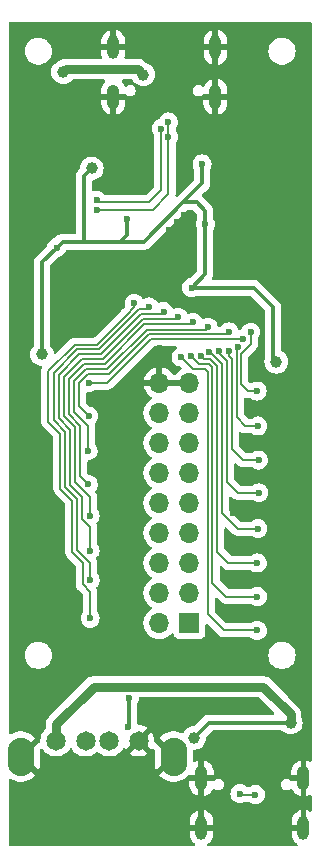
<source format=gbr>
%TF.GenerationSoftware,KiCad,Pcbnew,8.0.2*%
%TF.CreationDate,2024-05-20T21:07:15-07:00*%
%TF.ProjectId,snifferlyzer,736e6966-6665-4726-9c79-7a65722e6b69,rev?*%
%TF.SameCoordinates,Original*%
%TF.FileFunction,Copper,L2,Bot*%
%TF.FilePolarity,Positive*%
%FSLAX46Y46*%
G04 Gerber Fmt 4.6, Leading zero omitted, Abs format (unit mm)*
G04 Created by KiCad (PCBNEW 8.0.2) date 2024-05-20 21:07:15*
%MOMM*%
%LPD*%
G01*
G04 APERTURE LIST*
%TA.AperFunction,ComponentPad*%
%ADD10C,1.650000*%
%TD*%
%TA.AperFunction,ComponentPad*%
%ADD11O,2.250000X3.250000*%
%TD*%
%TA.AperFunction,ComponentPad*%
%ADD12R,1.700000X1.700000*%
%TD*%
%TA.AperFunction,ComponentPad*%
%ADD13O,1.700000X1.700000*%
%TD*%
%TA.AperFunction,ComponentPad*%
%ADD14O,1.050000X2.100000*%
%TD*%
%TA.AperFunction,ComponentPad*%
%ADD15O,1.000000X2.000000*%
%TD*%
%TA.AperFunction,ViaPad*%
%ADD16C,0.600000*%
%TD*%
%TA.AperFunction,ViaPad*%
%ADD17C,1.000000*%
%TD*%
%TA.AperFunction,Conductor*%
%ADD18C,0.350000*%
%TD*%
%TA.AperFunction,Conductor*%
%ADD19C,0.750000*%
%TD*%
%TA.AperFunction,Conductor*%
%ADD20C,0.200000*%
%TD*%
G04 APERTURE END LIST*
D10*
%TO.P,J1,1,VBUS*%
%TO.N,USB_VBUS*%
X192715000Y-149906500D03*
%TO.P,J1,2,D-*%
%TO.N,USB-DM*%
X195215000Y-149906500D03*
%TO.P,J1,3,D+*%
%TO.N,USB-DP*%
X197215000Y-149906500D03*
%TO.P,J1,4,GND*%
%TO.N,GND*%
X199715000Y-149906500D03*
D11*
%TO.P,J1,5,Shield*%
X189745000Y-151246500D03*
X202685000Y-151246500D03*
%TD*%
D12*
%TO.P,J4,1,Pin_1*%
%TO.N,USB-DP-IN1*%
X204012800Y-139928600D03*
D13*
%TO.P,J4,2,Pin_2*%
%TO.N,USB-DM-IN0*%
X201472800Y-139928600D03*
%TO.P,J4,3,Pin_3*%
%TO.N,IN3*%
X204012800Y-137388600D03*
%TO.P,J4,4,Pin_4*%
%TO.N,IN2*%
X201472800Y-137388600D03*
%TO.P,J4,5,Pin_5*%
%TO.N,IN5*%
X204012800Y-134848600D03*
%TO.P,J4,6,Pin_6*%
%TO.N,IN4*%
X201472800Y-134848600D03*
%TO.P,J4,7,Pin_7*%
%TO.N,IN7*%
X204012800Y-132308600D03*
%TO.P,J4,8,Pin_8*%
%TO.N,IN6*%
X201472800Y-132308600D03*
%TO.P,J4,9,Pin_9*%
%TO.N,IN9*%
X204012800Y-129768600D03*
%TO.P,J4,10,Pin_10*%
%TO.N,IN8*%
X201472800Y-129768600D03*
%TO.P,J4,11,Pin_11*%
%TO.N,IN11*%
X204012800Y-127228600D03*
%TO.P,J4,12,Pin_12*%
%TO.N,IN10*%
X201472800Y-127228600D03*
%TO.P,J4,13,Pin_13*%
%TO.N,IN13*%
X204012800Y-124688600D03*
%TO.P,J4,14,Pin_14*%
%TO.N,IN12*%
X201472800Y-124688600D03*
%TO.P,J4,15,Pin_15*%
%TO.N,IN15*%
X204012800Y-122148600D03*
%TO.P,J4,16,Pin_16*%
%TO.N,IN14*%
X201472800Y-122148600D03*
%TO.P,J4,17,Pin_17*%
%TO.N,GND*%
X204012800Y-119608600D03*
%TO.P,J4,18,Pin_18*%
X201472800Y-119608600D03*
%TD*%
D14*
%TO.P,J2,S1,SHELL_GND*%
%TO.N,GND*%
X206204800Y-95369000D03*
D15*
%TO.P,J2,S2,SHELL_GND*%
X206204800Y-91189000D03*
%TO.P,J2,S3,SHELL_GND*%
X197564800Y-91189000D03*
D14*
%TO.P,J2,S4,SHELL_GND*%
X197564800Y-95369000D03*
%TD*%
%TO.P,J3,S1,SHELL_GND*%
%TO.N,GND*%
X205026800Y-153090200D03*
D15*
%TO.P,J3,S2,SHELL_GND*%
X205026800Y-157270200D03*
%TO.P,J3,S3,SHELL_GND*%
X213666800Y-157270200D03*
D14*
%TO.P,J3,S4,SHELL_GND*%
X213666800Y-153090200D03*
%TD*%
D16*
%TO.N,GND*%
X212140800Y-144805400D03*
X211531200Y-144297400D03*
X207314800Y-133502400D03*
X209727800Y-117703600D03*
X207137000Y-113458652D03*
X194691000Y-143459200D03*
X192354200Y-103987600D03*
X193878200Y-103149400D03*
X209600800Y-121488200D03*
X207670400Y-130606800D03*
X209550000Y-124383800D03*
X195808600Y-109855000D03*
X193548000Y-106095800D03*
X213334600Y-117195600D03*
X201549000Y-116611400D03*
X193903600Y-103987600D03*
X197434200Y-129844800D03*
X203581000Y-105384600D03*
X193954400Y-143916400D03*
X202285600Y-106680000D03*
X209245200Y-146685000D03*
X195783200Y-127025400D03*
X207492600Y-139039600D03*
X212750400Y-145338800D03*
X213004400Y-117805200D03*
X210337400Y-99796600D03*
X201777600Y-117322600D03*
X198374000Y-121056400D03*
X198704200Y-138861800D03*
X202996800Y-106019600D03*
X196088000Y-102819200D03*
X193979800Y-143002000D03*
X213741000Y-117779800D03*
X207492600Y-136118600D03*
X198399400Y-135915400D03*
X211048600Y-99822000D03*
X199440800Y-133273800D03*
X210693000Y-99212400D03*
D17*
X192786000Y-97332800D03*
D16*
X200964800Y-117119400D03*
X197891400Y-123596400D03*
X209626200Y-127228600D03*
X192252600Y-103047800D03*
D17*
%TO.N,+3V3*%
X211366100Y-117817900D03*
D16*
X198729600Y-105740200D03*
D17*
X195732400Y-101447600D03*
D16*
X205079600Y-101066600D03*
X205359000Y-106172000D03*
D17*
X191541400Y-117195600D03*
D16*
X204190600Y-111531400D03*
X192760600Y-108153200D03*
D17*
%TO.N,VBUS_PRE*%
X200101200Y-93497400D03*
X193316882Y-93280872D03*
%TO.N,USB_VBUS*%
X212598000Y-148361400D03*
X204427443Y-149642734D03*
D16*
%TO.N,USB-DM*%
X208286361Y-154391671D03*
X209600800Y-154457400D03*
%TO.N,USB-DP*%
X198932800Y-146278600D03*
X198780400Y-148742400D03*
%TO.N,RP_USB-*%
X201625200Y-98069400D03*
X196172487Y-104146444D03*
%TO.N,RP_USB+*%
X196164200Y-104927400D03*
X202234800Y-97510600D03*
X202234800Y-98806000D03*
%TO.N,GPIO_10*%
X205602191Y-114898441D03*
X195441600Y-125356440D03*
%TO.N,GPIO_3*%
X204136499Y-117353989D03*
X209767200Y-137699640D03*
%TO.N,GPIO_12*%
X207346659Y-115278883D03*
X195482970Y-122407170D03*
%TO.N,GPIO_14*%
X195507600Y-119590640D03*
X208571498Y-115882024D03*
%TO.N,GPIO_4*%
X195601600Y-133798060D03*
X201816954Y-113580412D03*
%TO.N,GPIO_13*%
X209788800Y-123251200D03*
X208098265Y-116568676D03*
%TO.N,GPIO_9*%
X206507347Y-116874959D03*
X209891200Y-128916800D03*
%TO.N,GPIO_8*%
X204317600Y-114477800D03*
X195441600Y-128202940D03*
%TO.N,GPIO_15*%
X209193197Y-115316000D03*
X209744400Y-120295660D03*
%TO.N,GPIO_11*%
X209861200Y-126137660D03*
X207340200Y-116890800D03*
%TO.N,GPIO_0*%
X195601600Y-139536760D03*
X199339200Y-112877600D03*
%TO.N,GPIO_6*%
X203059722Y-114035486D03*
X195601600Y-130856260D03*
%TO.N,GPIO_1*%
X209762800Y-140562340D03*
X203301382Y-117409664D03*
%TO.N,GPIO_2*%
X195611800Y-136266400D03*
X200611276Y-113179864D03*
%TO.N,GPIO_7*%
X209802800Y-131944240D03*
X205694982Y-116986235D03*
%TO.N,GPIO_5*%
X204959245Y-117310687D03*
X209752000Y-134853140D03*
%TD*%
D18*
%TO.N,+3V3*%
X195732400Y-101447600D02*
X195072000Y-102108000D01*
X192760600Y-108153200D02*
X193268600Y-107645200D01*
X205079600Y-102717600D02*
X205079600Y-101066600D01*
X211099400Y-113182400D02*
X209473800Y-111556800D01*
X205359000Y-110363000D02*
X205359000Y-106172000D01*
X204647800Y-104317800D02*
X203479400Y-104317800D01*
X209473800Y-111556800D02*
X204216000Y-111556800D01*
X211099400Y-117551200D02*
X211099400Y-113182400D01*
X205359000Y-106172000D02*
X205359000Y-105029000D01*
X198170800Y-107645200D02*
X198729600Y-107086400D01*
X198170800Y-107645200D02*
X200152000Y-107645200D01*
X195072000Y-107619800D02*
X195046600Y-107645200D01*
X198729600Y-107086400D02*
X198729600Y-105740200D01*
X191541400Y-109372400D02*
X192760600Y-108153200D01*
X204190600Y-111531400D02*
X205359000Y-110363000D01*
X211366100Y-117817900D02*
X211099400Y-117551200D01*
X193268600Y-107645200D02*
X195046600Y-107645200D01*
X204216000Y-111556800D02*
X204190600Y-111531400D01*
X195046600Y-107645200D02*
X198170800Y-107645200D01*
X205359000Y-105029000D02*
X204647800Y-104317800D01*
X200152000Y-107645200D02*
X203479400Y-104317800D01*
X203479400Y-104317800D02*
X205079600Y-102717600D01*
X195072000Y-102108000D02*
X195072000Y-107619800D01*
X191541400Y-117195600D02*
X191541400Y-109372400D01*
D19*
%TO.N,VBUS_PRE*%
X193557554Y-93040200D02*
X199644000Y-93040200D01*
X199644000Y-93040200D02*
X200101200Y-93497400D01*
X193316882Y-93280872D02*
X193557554Y-93040200D01*
D18*
%TO.N,USB_VBUS*%
X205708777Y-148361400D02*
X212598000Y-148361400D01*
X204427443Y-149642734D02*
X205708777Y-148361400D01*
D19*
X195910200Y-145313400D02*
X210235800Y-145313400D01*
X192715000Y-149906500D02*
X192715000Y-148508600D01*
X210235800Y-145313400D02*
X212598000Y-147675600D01*
X192715000Y-148508600D02*
X195910200Y-145313400D01*
X192892800Y-150084300D02*
X192715000Y-149906500D01*
X212598000Y-147675600D02*
X212598000Y-148361400D01*
D20*
%TO.N,USB-DM*%
X208286361Y-154391671D02*
X208352090Y-154457400D01*
X208352090Y-154457400D02*
X209600800Y-154457400D01*
D18*
%TO.N,USB-DP*%
X198780400Y-148742400D02*
X198932800Y-148590000D01*
X198932800Y-148590000D02*
X198932800Y-146278600D01*
D20*
%TO.N,RP_USB-*%
X196318443Y-104292400D02*
X200596500Y-104292400D01*
X196172487Y-104146444D02*
X196318443Y-104292400D01*
X201625200Y-103263700D02*
X201625200Y-98069400D01*
X200596500Y-104292400D02*
X201625200Y-103263700D01*
%TO.N,RP_USB+*%
X202234800Y-98806000D02*
X202234800Y-103581200D01*
X202234800Y-103581200D02*
X200888600Y-104927400D01*
X200888600Y-104927400D02*
X196164200Y-104927400D01*
X202234800Y-97510600D02*
X202234800Y-98806000D01*
%TO.N,GPIO_10*%
X205413232Y-115087400D02*
X200380600Y-115087400D01*
X194233800Y-119430800D02*
X194233800Y-122072400D01*
X205602191Y-114898441D02*
X205413232Y-115087400D01*
X195249800Y-118414800D02*
X194233800Y-119430800D01*
X197053200Y-118414800D02*
X195249800Y-118414800D01*
X194233800Y-122072400D02*
X195441600Y-123280200D01*
X195441600Y-123280200D02*
X195441600Y-125356440D01*
X200380600Y-115087400D02*
X197053200Y-118414800D01*
%TO.N,GPIO_3*%
X205962200Y-136544000D02*
X207117840Y-137699640D01*
X204136499Y-117353989D02*
X204790910Y-118008400D01*
X204790910Y-118008400D02*
X205670686Y-118008400D01*
X207117840Y-137699640D02*
X209767200Y-137699640D01*
X205962200Y-118299914D02*
X205962200Y-136544000D01*
X205670686Y-118008400D02*
X205962200Y-118299914D01*
%TO.N,GPIO_12*%
X195427600Y-118821200D02*
X194665600Y-119583200D01*
X194665600Y-119583200D02*
X194665600Y-121589800D01*
X207346659Y-115278883D02*
X207131742Y-115493800D01*
X197231000Y-118821200D02*
X195427600Y-118821200D01*
X200558400Y-115493800D02*
X197231000Y-118821200D01*
X207131742Y-115493800D02*
X200558400Y-115493800D01*
X194665600Y-121589800D02*
X195482970Y-122407170D01*
%TO.N,GPIO_14*%
X208571498Y-115882024D02*
X208553322Y-115900200D01*
X208553322Y-115900200D02*
X200736200Y-115900200D01*
X200736200Y-115900200D02*
X197045760Y-119590640D01*
X197045760Y-119590640D02*
X195507600Y-119590640D01*
%TO.N,GPIO_4*%
X196519800Y-117170200D02*
X199898000Y-113792000D01*
X193903600Y-123571000D02*
X192938400Y-122605800D01*
X192938400Y-118922800D02*
X194691000Y-117170200D01*
X195601600Y-131822200D02*
X194919600Y-131140200D01*
X194919600Y-129235200D02*
X193903600Y-128219200D01*
X201605366Y-113792000D02*
X201816954Y-113580412D01*
X193903600Y-128219200D02*
X193903600Y-123571000D01*
X195601600Y-133798060D02*
X195601600Y-131822200D01*
X199898000Y-113792000D02*
X201605366Y-113792000D01*
X192938400Y-122605800D02*
X192938400Y-118922800D01*
X194919600Y-131140200D02*
X194919600Y-129235200D01*
X194691000Y-117170200D02*
X196519800Y-117170200D01*
%TO.N,GPIO_13*%
X208000600Y-116666341D02*
X208000600Y-122529600D01*
X208722200Y-123251200D02*
X209788800Y-123251200D01*
X208098265Y-116568676D02*
X208000600Y-116666341D01*
X208000600Y-122529600D02*
X208722200Y-123251200D01*
%TO.N,GPIO_9*%
X207187800Y-117754400D02*
X207187800Y-128016000D01*
X206507347Y-117073947D02*
X207187800Y-117754400D01*
X207187800Y-128016000D02*
X208088600Y-128916800D01*
X208088600Y-128916800D02*
X209891200Y-128916800D01*
X206507347Y-116874959D02*
X206507347Y-117073947D01*
%TO.N,GPIO_8*%
X193802000Y-119253000D02*
X193802000Y-122250200D01*
X200202800Y-114655600D02*
X196875400Y-117983000D01*
X195072000Y-117983000D02*
X193802000Y-119253000D01*
X194767200Y-123215400D02*
X194767200Y-127528540D01*
X204139800Y-114655600D02*
X200202800Y-114655600D01*
X204317600Y-114477800D02*
X204139800Y-114655600D01*
X194767200Y-127528540D02*
X195441600Y-128202940D01*
X193802000Y-122250200D02*
X194767200Y-123215400D01*
X196875400Y-117983000D02*
X195072000Y-117983000D01*
%TO.N,GPIO_15*%
X208400600Y-119703800D02*
X208992460Y-120295660D01*
X209193197Y-115316000D02*
X209193197Y-116345803D01*
X208400600Y-117138400D02*
X208400600Y-119703800D01*
X209193197Y-116345803D02*
X208400600Y-117138400D01*
X208992460Y-120295660D02*
X209744400Y-120295660D01*
%TO.N,GPIO_11*%
X207340200Y-117322600D02*
X207594200Y-117576600D01*
X207340200Y-116890800D02*
X207340200Y-117322600D01*
X207594200Y-117576600D02*
X207594200Y-125196600D01*
X207594200Y-125196600D02*
X208535260Y-126137660D01*
X208535260Y-126137660D02*
X209861200Y-126137660D01*
%TO.N,GPIO_0*%
X194329000Y-116363800D02*
X196194828Y-116363800D01*
X193090800Y-128549400D02*
X193090800Y-123926600D01*
X196194828Y-116363800D02*
X198729600Y-113829028D01*
X199339200Y-113207800D02*
X199339200Y-112877600D01*
X195601600Y-139536760D02*
X195601600Y-137283200D01*
X194106800Y-129565400D02*
X193090800Y-128549400D01*
X194970400Y-134823200D02*
X194106800Y-133959600D01*
X192074800Y-118618000D02*
X194329000Y-116363800D01*
X194970400Y-136652000D02*
X194970400Y-134823200D01*
X198729600Y-113817400D02*
X199339200Y-113207800D01*
X198729600Y-113829028D02*
X198729600Y-113817400D01*
X195601600Y-137283200D02*
X194970400Y-136652000D01*
X193090800Y-123926600D02*
X192074800Y-122910600D01*
X192074800Y-122910600D02*
X192074800Y-118618000D01*
X194106800Y-133959600D02*
X194106800Y-129565400D01*
%TO.N,GPIO_6*%
X194894200Y-117576600D02*
X193370200Y-119100600D01*
X203059722Y-114035486D02*
X202871408Y-114223800D01*
X202871408Y-114223800D02*
X200068914Y-114223800D01*
X200068914Y-114223800D02*
X196716114Y-117576600D01*
X195601600Y-129282200D02*
X195601600Y-130856260D01*
X194335400Y-128016000D02*
X195601600Y-129282200D01*
X194335400Y-123367800D02*
X194335400Y-128016000D01*
X193370200Y-119100600D02*
X193370200Y-122402600D01*
X193370200Y-122402600D02*
X194335400Y-123367800D01*
X196716114Y-117576600D02*
X194894200Y-117576600D01*
%TO.N,GPIO_1*%
X205562200Y-139192000D02*
X205562200Y-118668800D01*
X206932540Y-140562340D02*
X205562200Y-139192000D01*
X204300118Y-118408400D02*
X203301382Y-117409664D01*
X209762800Y-140562340D02*
X206932540Y-140562340D01*
X205301800Y-118408400D02*
X204300118Y-118408400D01*
X205562200Y-118668800D02*
X205301800Y-118408400D01*
%TO.N,GPIO_2*%
X194519600Y-133762800D02*
X194519600Y-129400886D01*
X196360514Y-116763800D02*
X199745928Y-113378386D01*
X194531714Y-116763800D02*
X196360514Y-116763800D01*
X194519600Y-129400886D02*
X193497200Y-128378486D01*
X200482831Y-113378386D02*
X200482831Y-113308309D01*
X193497200Y-128378486D02*
X193497200Y-123730286D01*
X195611800Y-136266400D02*
X195611800Y-134855000D01*
X192506600Y-118788914D02*
X194531714Y-116763800D01*
X195611800Y-134855000D02*
X194519600Y-133762800D01*
X199745928Y-113378386D02*
X200482831Y-113378386D01*
X200482831Y-113308309D02*
X200611276Y-113179864D01*
X193497200Y-123730286D02*
X192506600Y-122739686D01*
X192506600Y-122739686D02*
X192506600Y-118788914D01*
%TO.N,GPIO_7*%
X205748767Y-116986235D02*
X206781400Y-118018868D01*
X205694982Y-116986235D02*
X205748767Y-116986235D01*
X208093440Y-131944240D02*
X209802800Y-131944240D01*
X206781400Y-118018868D02*
X206781400Y-130632200D01*
X206781400Y-130632200D02*
X208093440Y-131944240D01*
%TO.N,GPIO_5*%
X207319340Y-134853140D02*
X209752000Y-134853140D01*
X205243193Y-117594635D02*
X205757807Y-117594635D01*
X206362200Y-118199028D02*
X206362200Y-133896000D01*
X204959245Y-117310687D02*
X205243193Y-117594635D01*
X206362200Y-133896000D02*
X207319340Y-134853140D01*
X205757807Y-117594635D02*
X206362200Y-118199028D01*
%TD*%
%TA.AperFunction,Conductor*%
%TO.N,GND*%
G36*
X203546875Y-119415607D02*
G01*
X203512800Y-119542774D01*
X203512800Y-119674426D01*
X203546875Y-119801593D01*
X203579788Y-119858600D01*
X201905812Y-119858600D01*
X201938725Y-119801593D01*
X201972800Y-119674426D01*
X201972800Y-119542774D01*
X201938725Y-119415607D01*
X201905812Y-119358600D01*
X203579788Y-119358600D01*
X203546875Y-119415607D01*
G37*
%TD.AperFunction*%
%TA.AperFunction,Conductor*%
G36*
X214295539Y-89044785D02*
G01*
X214341294Y-89097589D01*
X214352500Y-89149100D01*
X214352500Y-151558623D01*
X214332815Y-151625662D01*
X214280011Y-151671417D01*
X214210853Y-151681361D01*
X214159613Y-151661728D01*
X214152325Y-151656859D01*
X214152313Y-151656852D01*
X213965784Y-151579590D01*
X213965777Y-151579588D01*
X213916800Y-151569845D01*
X213916800Y-152373211D01*
X213906860Y-152355995D01*
X213851005Y-152300140D01*
X213782596Y-152260644D01*
X213706296Y-152240200D01*
X213627304Y-152240200D01*
X213551004Y-152260644D01*
X213482595Y-152300140D01*
X213426740Y-152355995D01*
X213416800Y-152373211D01*
X213416800Y-151569846D01*
X213416799Y-151569845D01*
X213367822Y-151579588D01*
X213367815Y-151579590D01*
X213181286Y-151656852D01*
X213181273Y-151656859D01*
X213013400Y-151769029D01*
X213013396Y-151769032D01*
X212870632Y-151911796D01*
X212870629Y-151911800D01*
X212758459Y-152079673D01*
X212758452Y-152079686D01*
X212681190Y-152266216D01*
X212681187Y-152266225D01*
X212641800Y-152464241D01*
X212641800Y-152840200D01*
X213366800Y-152840200D01*
X213366800Y-153340200D01*
X212710621Y-153340200D01*
X212643582Y-153320515D01*
X212622940Y-153303881D01*
X212528765Y-153209706D01*
X212528764Y-153209705D01*
X212420336Y-153147105D01*
X212420337Y-153147105D01*
X212347838Y-153127679D01*
X212299401Y-153114700D01*
X212174199Y-153114700D01*
X212125762Y-153127679D01*
X212053263Y-153147105D01*
X211944837Y-153209704D01*
X211944834Y-153209706D01*
X211856306Y-153298234D01*
X211856304Y-153298237D01*
X211793705Y-153406663D01*
X211793705Y-153406664D01*
X211761300Y-153527599D01*
X211761300Y-153652801D01*
X211793705Y-153773736D01*
X211856305Y-153882164D01*
X211944836Y-153970695D01*
X212053264Y-154033295D01*
X212174199Y-154065700D01*
X212174201Y-154065700D01*
X212299399Y-154065700D01*
X212299401Y-154065700D01*
X212420336Y-154033295D01*
X212528764Y-153970695D01*
X212528770Y-153970688D01*
X212533974Y-153966696D01*
X212599141Y-153941495D01*
X212667587Y-153955527D01*
X212717581Y-154004336D01*
X212724031Y-154017611D01*
X212758454Y-154100717D01*
X212758459Y-154100726D01*
X212870629Y-154268599D01*
X212870632Y-154268603D01*
X213013396Y-154411367D01*
X213013400Y-154411370D01*
X213181273Y-154523540D01*
X213181286Y-154523547D01*
X213367816Y-154600809D01*
X213367825Y-154600812D01*
X213416800Y-154610553D01*
X213416800Y-153807188D01*
X213426740Y-153824405D01*
X213482595Y-153880260D01*
X213551004Y-153919756D01*
X213627304Y-153940200D01*
X213706296Y-153940200D01*
X213782596Y-153919756D01*
X213851005Y-153880260D01*
X213906860Y-153824405D01*
X213916800Y-153807188D01*
X213916800Y-154610552D01*
X213965774Y-154600812D01*
X213965783Y-154600809D01*
X214152313Y-154523547D01*
X214152322Y-154523542D01*
X214159607Y-154518675D01*
X214226284Y-154497796D01*
X214293665Y-154516279D01*
X214340356Y-154568257D01*
X214352500Y-154621776D01*
X214352500Y-155793691D01*
X214332815Y-155860730D01*
X214280011Y-155906485D01*
X214210853Y-155916429D01*
X214159610Y-155896794D01*
X214140482Y-155884013D01*
X214140471Y-155884007D01*
X213958491Y-155808629D01*
X213958483Y-155808627D01*
X213916800Y-155800335D01*
X213916800Y-156703211D01*
X213906860Y-156685995D01*
X213851005Y-156630140D01*
X213782596Y-156590644D01*
X213706296Y-156570200D01*
X213627304Y-156570200D01*
X213551004Y-156590644D01*
X213482595Y-156630140D01*
X213426740Y-156685995D01*
X213416800Y-156703211D01*
X213416800Y-155800336D01*
X213416799Y-155800335D01*
X213375116Y-155808627D01*
X213375108Y-155808629D01*
X213193128Y-155884007D01*
X213193115Y-155884014D01*
X213029337Y-155993448D01*
X213029333Y-155993451D01*
X212890051Y-156132733D01*
X212890048Y-156132737D01*
X212780614Y-156296515D01*
X212780607Y-156296528D01*
X212705230Y-156478506D01*
X212705227Y-156478518D01*
X212666800Y-156671704D01*
X212666800Y-157020200D01*
X213366800Y-157020200D01*
X213366800Y-157520200D01*
X212666800Y-157520200D01*
X212666800Y-157868695D01*
X212705227Y-158061881D01*
X212705230Y-158061893D01*
X212780607Y-158243871D01*
X212780614Y-158243884D01*
X212890048Y-158407662D01*
X212890051Y-158407666D01*
X213029333Y-158546948D01*
X213029337Y-158546951D01*
X213110223Y-158600998D01*
X213155028Y-158654610D01*
X213163735Y-158723935D01*
X213133580Y-158786963D01*
X213074137Y-158823682D01*
X213041332Y-158828100D01*
X205652268Y-158828100D01*
X205585229Y-158808415D01*
X205539474Y-158755611D01*
X205529530Y-158686453D01*
X205558555Y-158622897D01*
X205583377Y-158600998D01*
X205664262Y-158546951D01*
X205664266Y-158546948D01*
X205803548Y-158407666D01*
X205803551Y-158407662D01*
X205912985Y-158243884D01*
X205912992Y-158243871D01*
X205988369Y-158061893D01*
X205988372Y-158061881D01*
X206026799Y-157868695D01*
X206026800Y-157868692D01*
X206026800Y-157520200D01*
X205326800Y-157520200D01*
X205326800Y-157020200D01*
X206026800Y-157020200D01*
X206026800Y-156671708D01*
X206026799Y-156671704D01*
X205988372Y-156478518D01*
X205988369Y-156478506D01*
X205912992Y-156296528D01*
X205912985Y-156296515D01*
X205803551Y-156132737D01*
X205803548Y-156132733D01*
X205664266Y-155993451D01*
X205664262Y-155993448D01*
X205500484Y-155884014D01*
X205500471Y-155884007D01*
X205318491Y-155808629D01*
X205318483Y-155808627D01*
X205276800Y-155800335D01*
X205276800Y-156703211D01*
X205266860Y-156685995D01*
X205211005Y-156630140D01*
X205142596Y-156590644D01*
X205066296Y-156570200D01*
X204987304Y-156570200D01*
X204911004Y-156590644D01*
X204842595Y-156630140D01*
X204786740Y-156685995D01*
X204776800Y-156703211D01*
X204776800Y-155800336D01*
X204776799Y-155800335D01*
X204735116Y-155808627D01*
X204735108Y-155808629D01*
X204553128Y-155884007D01*
X204553115Y-155884014D01*
X204389337Y-155993448D01*
X204389333Y-155993451D01*
X204250051Y-156132733D01*
X204250048Y-156132737D01*
X204140614Y-156296515D01*
X204140607Y-156296528D01*
X204065230Y-156478506D01*
X204065227Y-156478518D01*
X204026800Y-156671704D01*
X204026800Y-157020200D01*
X204726800Y-157020200D01*
X204726800Y-157520200D01*
X204026800Y-157520200D01*
X204026800Y-157868695D01*
X204065227Y-158061881D01*
X204065230Y-158061893D01*
X204140607Y-158243871D01*
X204140614Y-158243884D01*
X204250048Y-158407662D01*
X204250051Y-158407666D01*
X204389333Y-158546948D01*
X204389337Y-158546951D01*
X204470223Y-158600998D01*
X204515028Y-158654610D01*
X204523735Y-158723935D01*
X204493580Y-158786963D01*
X204434137Y-158823682D01*
X204401332Y-158828100D01*
X188844100Y-158828100D01*
X188777061Y-158808415D01*
X188731306Y-158755611D01*
X188720100Y-158704100D01*
X188720100Y-153250417D01*
X188739785Y-153183378D01*
X188792589Y-153137623D01*
X188861747Y-153127679D01*
X188900395Y-153139932D01*
X189121215Y-153252447D01*
X189121218Y-153252448D01*
X189364476Y-153331486D01*
X189617111Y-153371500D01*
X189872889Y-153371500D01*
X190125523Y-153331486D01*
X190368781Y-153252448D01*
X190368784Y-153252447D01*
X190596686Y-153136324D01*
X190803619Y-152985978D01*
X190967272Y-152822325D01*
X190967272Y-152822324D01*
X190254258Y-152109310D01*
X190298868Y-152042548D01*
X190345981Y-151928806D01*
X190370000Y-151808057D01*
X190370000Y-151517947D01*
X191241289Y-152389236D01*
X191250946Y-152370285D01*
X191329986Y-152127023D01*
X191370000Y-151874389D01*
X191370000Y-150689856D01*
X191389685Y-150622817D01*
X191442489Y-150577062D01*
X191511647Y-150567118D01*
X191575203Y-150596143D01*
X191595573Y-150618731D01*
X191695730Y-150761769D01*
X191859731Y-150925770D01*
X192049718Y-151058801D01*
X192259921Y-151156820D01*
X192483950Y-151216849D01*
X192648985Y-151231287D01*
X192714998Y-151237063D01*
X192715000Y-151237063D01*
X192715002Y-151237063D01*
X192772762Y-151232009D01*
X192946050Y-151216849D01*
X193170079Y-151156820D01*
X193380282Y-151058801D01*
X193570269Y-150925770D01*
X193734270Y-150761769D01*
X193863427Y-150577314D01*
X193918002Y-150533692D01*
X193987501Y-150526499D01*
X194049855Y-150558021D01*
X194066569Y-150577309D01*
X194195730Y-150761769D01*
X194359731Y-150925770D01*
X194549718Y-151058801D01*
X194759921Y-151156820D01*
X194983950Y-151216849D01*
X195148985Y-151231287D01*
X195214998Y-151237063D01*
X195215000Y-151237063D01*
X195215002Y-151237063D01*
X195272762Y-151232009D01*
X195446050Y-151216849D01*
X195670079Y-151156820D01*
X195880282Y-151058801D01*
X196070269Y-150925770D01*
X196127319Y-150868720D01*
X196188642Y-150835235D01*
X196258334Y-150840219D01*
X196302681Y-150868720D01*
X196359731Y-150925770D01*
X196549718Y-151058801D01*
X196759921Y-151156820D01*
X196983950Y-151216849D01*
X197148985Y-151231287D01*
X197214998Y-151237063D01*
X197215000Y-151237063D01*
X197215002Y-151237063D01*
X197272762Y-151232009D01*
X197446050Y-151216849D01*
X197670079Y-151156820D01*
X197880282Y-151058801D01*
X198070269Y-150925770D01*
X198234270Y-150761769D01*
X198363731Y-150576880D01*
X198418306Y-150533257D01*
X198487804Y-150526063D01*
X198550159Y-150557586D01*
X198566879Y-150576881D01*
X198618023Y-150649922D01*
X199232037Y-150035908D01*
X199249075Y-150099493D01*
X199314901Y-150213507D01*
X199407993Y-150306599D01*
X199522007Y-150372425D01*
X199585590Y-150389462D01*
X198971576Y-151003475D01*
X199049969Y-151058367D01*
X199260090Y-151156347D01*
X199260099Y-151156351D01*
X199484031Y-151216352D01*
X199484041Y-151216354D01*
X199714999Y-151236561D01*
X199715001Y-151236561D01*
X199945958Y-151216354D01*
X199945968Y-151216352D01*
X200169900Y-151156351D01*
X200169909Y-151156347D01*
X200380030Y-151058367D01*
X200380034Y-151058365D01*
X200458422Y-151003476D01*
X200458422Y-151003475D01*
X199844410Y-150389462D01*
X199907993Y-150372425D01*
X200022007Y-150306599D01*
X200115099Y-150213507D01*
X200180925Y-150099493D01*
X200197962Y-150035909D01*
X200811975Y-150649921D01*
X200834425Y-150617861D01*
X200889002Y-150574236D01*
X200958501Y-150567044D01*
X201020855Y-150598566D01*
X201056269Y-150658796D01*
X201060000Y-150688985D01*
X201060000Y-151874389D01*
X201100013Y-152127023D01*
X201179052Y-152370282D01*
X201179053Y-152370284D01*
X201188710Y-152389235D01*
X201188710Y-152389236D01*
X202060000Y-151517946D01*
X202060000Y-151808057D01*
X202084019Y-151928806D01*
X202131132Y-152042548D01*
X202175741Y-152109309D01*
X201462727Y-152822324D01*
X201462727Y-152822325D01*
X201626380Y-152985978D01*
X201833313Y-153136324D01*
X202061215Y-153252447D01*
X202061218Y-153252448D01*
X202304476Y-153331486D01*
X202557111Y-153371500D01*
X202812889Y-153371500D01*
X203065523Y-153331486D01*
X203308781Y-153252448D01*
X203308784Y-153252447D01*
X203536686Y-153136324D01*
X203743619Y-152985978D01*
X203857918Y-152871680D01*
X203919241Y-152838195D01*
X203950438Y-152840426D01*
X203950438Y-152840200D01*
X204726800Y-152840200D01*
X204726800Y-153340200D01*
X204001800Y-153340200D01*
X204001800Y-153716158D01*
X204041187Y-153914174D01*
X204041190Y-153914183D01*
X204118452Y-154100713D01*
X204118459Y-154100726D01*
X204230629Y-154268599D01*
X204230632Y-154268603D01*
X204373396Y-154411367D01*
X204373400Y-154411370D01*
X204541273Y-154523540D01*
X204541286Y-154523547D01*
X204727816Y-154600809D01*
X204727825Y-154600812D01*
X204776800Y-154610553D01*
X204776800Y-153807188D01*
X204786740Y-153824405D01*
X204842595Y-153880260D01*
X204911004Y-153919756D01*
X204987304Y-153940200D01*
X205066296Y-153940200D01*
X205142596Y-153919756D01*
X205211005Y-153880260D01*
X205266860Y-153824405D01*
X205276800Y-153807188D01*
X205276800Y-154610552D01*
X205325774Y-154600812D01*
X205325783Y-154600809D01*
X205512313Y-154523547D01*
X205512326Y-154523540D01*
X205680199Y-154411370D01*
X205680203Y-154411367D01*
X205699903Y-154391667D01*
X207480796Y-154391667D01*
X207480796Y-154391674D01*
X207500991Y-154570920D01*
X207500992Y-154570925D01*
X207560572Y-154741194D01*
X207601872Y-154806922D01*
X207656545Y-154893933D01*
X207784099Y-155021487D01*
X207936839Y-155117460D01*
X208107106Y-155177039D01*
X208107111Y-155177040D01*
X208286357Y-155197236D01*
X208286361Y-155197236D01*
X208286365Y-155197236D01*
X208465610Y-155177040D01*
X208465613Y-155177039D01*
X208465616Y-155177039D01*
X208635883Y-155117460D01*
X208684020Y-155087214D01*
X208700423Y-155076907D01*
X208766396Y-155057900D01*
X209018388Y-155057900D01*
X209085427Y-155077585D01*
X209095703Y-155084955D01*
X209098536Y-155087214D01*
X209098538Y-155087216D01*
X209251278Y-155183189D01*
X209421545Y-155242768D01*
X209421550Y-155242769D01*
X209600796Y-155262965D01*
X209600800Y-155262965D01*
X209600804Y-155262965D01*
X209780049Y-155242769D01*
X209780052Y-155242768D01*
X209780055Y-155242768D01*
X209950322Y-155183189D01*
X210103062Y-155087216D01*
X210230616Y-154959662D01*
X210326589Y-154806922D01*
X210386168Y-154636655D01*
X210386169Y-154636649D01*
X210406365Y-154457403D01*
X210406365Y-154457396D01*
X210386169Y-154278150D01*
X210386168Y-154278145D01*
X210326588Y-154107876D01*
X210230615Y-153955137D01*
X210103062Y-153827584D01*
X209950323Y-153731611D01*
X209780054Y-153672031D01*
X209780049Y-153672030D01*
X209600804Y-153651835D01*
X209600796Y-153651835D01*
X209421550Y-153672030D01*
X209421545Y-153672031D01*
X209251276Y-153731611D01*
X209098536Y-153827585D01*
X209095703Y-153829845D01*
X209093524Y-153830734D01*
X209092642Y-153831289D01*
X209092544Y-153831134D01*
X209031017Y-153856255D01*
X209018388Y-153856900D01*
X208935030Y-153856900D01*
X208867991Y-153837215D01*
X208847349Y-153820581D01*
X208788623Y-153761855D01*
X208635884Y-153665882D01*
X208465615Y-153606302D01*
X208465610Y-153606301D01*
X208286365Y-153586106D01*
X208286357Y-153586106D01*
X208107111Y-153606301D01*
X208107106Y-153606302D01*
X207936837Y-153665882D01*
X207784098Y-153761855D01*
X207656545Y-153889408D01*
X207560572Y-154042147D01*
X207500992Y-154212416D01*
X207500991Y-154212421D01*
X207480796Y-154391667D01*
X205699903Y-154391667D01*
X205822967Y-154268603D01*
X205822970Y-154268599D01*
X205935140Y-154100726D01*
X205935142Y-154100722D01*
X205969567Y-154017612D01*
X206013408Y-153963209D01*
X206079702Y-153941143D01*
X206147401Y-153958422D01*
X206159621Y-153966693D01*
X206164834Y-153970694D01*
X206164836Y-153970695D01*
X206273264Y-154033295D01*
X206394199Y-154065700D01*
X206394201Y-154065700D01*
X206519399Y-154065700D01*
X206519401Y-154065700D01*
X206640336Y-154033295D01*
X206748764Y-153970695D01*
X206837295Y-153882164D01*
X206899895Y-153773736D01*
X206932300Y-153652801D01*
X206932300Y-153527599D01*
X206899895Y-153406664D01*
X206837295Y-153298236D01*
X206748764Y-153209705D01*
X206640336Y-153147105D01*
X206640337Y-153147105D01*
X206567838Y-153127679D01*
X206519401Y-153114700D01*
X206394199Y-153114700D01*
X206345762Y-153127679D01*
X206273263Y-153147105D01*
X206164837Y-153209704D01*
X206164834Y-153209706D01*
X206070660Y-153303881D01*
X206009337Y-153337366D01*
X205982979Y-153340200D01*
X205326800Y-153340200D01*
X205326800Y-152840200D01*
X206051800Y-152840200D01*
X206051800Y-152464245D01*
X206051799Y-152464241D01*
X206012412Y-152266225D01*
X206012409Y-152266216D01*
X205935147Y-152079686D01*
X205935140Y-152079673D01*
X205822970Y-151911800D01*
X205822967Y-151911796D01*
X205680203Y-151769032D01*
X205680199Y-151769029D01*
X205512326Y-151656859D01*
X205512313Y-151656852D01*
X205325784Y-151579590D01*
X205325777Y-151579588D01*
X205276800Y-151569845D01*
X205276800Y-152373211D01*
X205266860Y-152355995D01*
X205211005Y-152300140D01*
X205142596Y-152260644D01*
X205066296Y-152240200D01*
X204987304Y-152240200D01*
X204911004Y-152260644D01*
X204842595Y-152300140D01*
X204786740Y-152355995D01*
X204776800Y-152373211D01*
X204776800Y-151569846D01*
X204776799Y-151569845D01*
X204727822Y-151579588D01*
X204727815Y-151579590D01*
X204541286Y-151656852D01*
X204541273Y-151656859D01*
X204502891Y-151682506D01*
X204436213Y-151703384D01*
X204368833Y-151684899D01*
X204322143Y-151632920D01*
X204310000Y-151579404D01*
X204310000Y-150772029D01*
X204329685Y-150704990D01*
X204382489Y-150659235D01*
X204421846Y-150648626D01*
X204427441Y-150648074D01*
X204427443Y-150648075D01*
X204623575Y-150628758D01*
X204812170Y-150571548D01*
X204820597Y-150567044D01*
X204985975Y-150478647D01*
X204985981Y-150478644D01*
X205138326Y-150353617D01*
X205263353Y-150201272D01*
X205356257Y-150027461D01*
X205413467Y-149838866D01*
X205432784Y-149642734D01*
X205432783Y-149642733D01*
X205433381Y-149636671D01*
X205434908Y-149636821D01*
X205452469Y-149577016D01*
X205469103Y-149556374D01*
X205952259Y-149073219D01*
X206013582Y-149039734D01*
X206039940Y-149036900D01*
X211800371Y-149036900D01*
X211867410Y-149056585D01*
X211882283Y-149068570D01*
X211882408Y-149068419D01*
X212039460Y-149197309D01*
X212039467Y-149197313D01*
X212213266Y-149290211D01*
X212213269Y-149290211D01*
X212213273Y-149290214D01*
X212401868Y-149347424D01*
X212598000Y-149366741D01*
X212794132Y-149347424D01*
X212982727Y-149290214D01*
X212997010Y-149282580D01*
X213084747Y-149235683D01*
X213156538Y-149197310D01*
X213308883Y-149072283D01*
X213433910Y-148919938D01*
X213504948Y-148787036D01*
X213526811Y-148746133D01*
X213526811Y-148746132D01*
X213526814Y-148746127D01*
X213584024Y-148557532D01*
X213603341Y-148361400D01*
X213584024Y-148165268D01*
X213526814Y-147976673D01*
X213526811Y-147976667D01*
X213488142Y-147904322D01*
X213473500Y-147845869D01*
X213473500Y-147589368D01*
X213473499Y-147589366D01*
X213439856Y-147420233D01*
X213439855Y-147420226D01*
X213439853Y-147420221D01*
X213373861Y-147260901D01*
X213373854Y-147260888D01*
X213278046Y-147117502D01*
X213278045Y-147117501D01*
X213156099Y-146995555D01*
X212349444Y-146188900D01*
X210793902Y-144633357D01*
X210793898Y-144633354D01*
X210650511Y-144537545D01*
X210650498Y-144537538D01*
X210491178Y-144471546D01*
X210491166Y-144471543D01*
X210322032Y-144437900D01*
X210322029Y-144437900D01*
X195996429Y-144437900D01*
X195823971Y-144437900D01*
X195823968Y-144437900D01*
X195654833Y-144471543D01*
X195654821Y-144471546D01*
X195495501Y-144537538D01*
X195495488Y-144537545D01*
X195352101Y-144633354D01*
X195352097Y-144633357D01*
X192867955Y-147117501D01*
X192156901Y-147828555D01*
X192108527Y-147876929D01*
X192034953Y-147950502D01*
X191939145Y-148093888D01*
X191939138Y-148093901D01*
X191873146Y-148253221D01*
X191873143Y-148253233D01*
X191839500Y-148422366D01*
X191839500Y-148856099D01*
X191819815Y-148923138D01*
X191803181Y-148943780D01*
X191695731Y-149051229D01*
X191695726Y-149051235D01*
X191562701Y-149241214D01*
X191562699Y-149241218D01*
X191464681Y-149451417D01*
X191404651Y-149675448D01*
X191404650Y-149675455D01*
X191384437Y-149906498D01*
X191384437Y-149906502D01*
X191390116Y-149971417D01*
X191376349Y-150039917D01*
X191327734Y-150090100D01*
X191259705Y-150106033D01*
X191247193Y-150104698D01*
X191241288Y-150103762D01*
X190370000Y-150975050D01*
X190370000Y-150684943D01*
X190345981Y-150564194D01*
X190298868Y-150450452D01*
X190254258Y-150383688D01*
X190967272Y-149670675D01*
X190967272Y-149670673D01*
X190803620Y-149507022D01*
X190803619Y-149507021D01*
X190596686Y-149356675D01*
X190368784Y-149240552D01*
X190368781Y-149240551D01*
X190125523Y-149161513D01*
X189872889Y-149121500D01*
X189617111Y-149121500D01*
X189364476Y-149161513D01*
X189121218Y-149240551D01*
X189121215Y-149240552D01*
X188900395Y-149353067D01*
X188831726Y-149365963D01*
X188766985Y-149339687D01*
X188726728Y-149282580D01*
X188720100Y-149242582D01*
X188720100Y-142671799D01*
X190064171Y-142671799D01*
X190064171Y-142671800D01*
X190083844Y-142884110D01*
X190142196Y-143089192D01*
X190142196Y-143089194D01*
X190237232Y-143280053D01*
X190365727Y-143450206D01*
X190365728Y-143450207D01*
X190523298Y-143593852D01*
X190704581Y-143706098D01*
X190903402Y-143783121D01*
X191112990Y-143822300D01*
X191112992Y-143822300D01*
X191326208Y-143822300D01*
X191326210Y-143822300D01*
X191535798Y-143783121D01*
X191734619Y-143706098D01*
X191915902Y-143593852D01*
X192073472Y-143450207D01*
X192201966Y-143280055D01*
X192297005Y-143089189D01*
X192355356Y-142884110D01*
X192375029Y-142671800D01*
X192375029Y-142671799D01*
X210697571Y-142671799D01*
X210697571Y-142671800D01*
X210717244Y-142884110D01*
X210775596Y-143089192D01*
X210775596Y-143089194D01*
X210870632Y-143280053D01*
X210999127Y-143450206D01*
X210999128Y-143450207D01*
X211156698Y-143593852D01*
X211337981Y-143706098D01*
X211536802Y-143783121D01*
X211746390Y-143822300D01*
X211746392Y-143822300D01*
X211959608Y-143822300D01*
X211959610Y-143822300D01*
X212169198Y-143783121D01*
X212368019Y-143706098D01*
X212549302Y-143593852D01*
X212706872Y-143450207D01*
X212835366Y-143280055D01*
X212930405Y-143089189D01*
X212988756Y-142884110D01*
X213008429Y-142671800D01*
X212988756Y-142459490D01*
X212930405Y-142254411D01*
X212930403Y-142254406D01*
X212930403Y-142254405D01*
X212835367Y-142063546D01*
X212706872Y-141893393D01*
X212633992Y-141826954D01*
X212549302Y-141749748D01*
X212368019Y-141637502D01*
X212368017Y-141637501D01*
X212268608Y-141598990D01*
X212169198Y-141560479D01*
X211959610Y-141521300D01*
X211746390Y-141521300D01*
X211536802Y-141560479D01*
X211536799Y-141560479D01*
X211536799Y-141560480D01*
X211337982Y-141637501D01*
X211337980Y-141637502D01*
X211156699Y-141749747D01*
X210999127Y-141893393D01*
X210870632Y-142063546D01*
X210775596Y-142254405D01*
X210775596Y-142254407D01*
X210717244Y-142459489D01*
X210697571Y-142671799D01*
X192375029Y-142671799D01*
X192355356Y-142459490D01*
X192297005Y-142254411D01*
X192297003Y-142254406D01*
X192297003Y-142254405D01*
X192201967Y-142063546D01*
X192073472Y-141893393D01*
X192000592Y-141826954D01*
X191915902Y-141749748D01*
X191734619Y-141637502D01*
X191734617Y-141637501D01*
X191635208Y-141598990D01*
X191535798Y-141560479D01*
X191326210Y-141521300D01*
X191112990Y-141521300D01*
X190903402Y-141560479D01*
X190903399Y-141560479D01*
X190903399Y-141560480D01*
X190704582Y-141637501D01*
X190704580Y-141637502D01*
X190523299Y-141749747D01*
X190365727Y-141893393D01*
X190237232Y-142063546D01*
X190142196Y-142254405D01*
X190142196Y-142254407D01*
X190083844Y-142459489D01*
X190064171Y-142671799D01*
X188720100Y-142671799D01*
X188720100Y-117195600D01*
X190536059Y-117195600D01*
X190555375Y-117391729D01*
X190612588Y-117580333D01*
X190705486Y-117754132D01*
X190705490Y-117754139D01*
X190830516Y-117906483D01*
X190982860Y-118031509D01*
X190982867Y-118031513D01*
X191156666Y-118124411D01*
X191156669Y-118124411D01*
X191156673Y-118124414D01*
X191345268Y-118181624D01*
X191426451Y-118189619D01*
X191491237Y-118215779D01*
X191531597Y-118272813D01*
X191534714Y-118342613D01*
X191521686Y-118375019D01*
X191515224Y-118386211D01*
X191515223Y-118386215D01*
X191474299Y-118538943D01*
X191474299Y-118538945D01*
X191474299Y-118707046D01*
X191474300Y-118707059D01*
X191474300Y-122823930D01*
X191474299Y-122823948D01*
X191474299Y-122989654D01*
X191474298Y-122989654D01*
X191474299Y-122989657D01*
X191515223Y-123142385D01*
X191515224Y-123142386D01*
X191519098Y-123149098D01*
X191519100Y-123149100D01*
X191594277Y-123279312D01*
X191594281Y-123279317D01*
X191713149Y-123398185D01*
X191713155Y-123398190D01*
X192453981Y-124139016D01*
X192487466Y-124200339D01*
X192490300Y-124226697D01*
X192490300Y-128462730D01*
X192490299Y-128462748D01*
X192490299Y-128628454D01*
X192490298Y-128628454D01*
X192531223Y-128781186D01*
X192542307Y-128800382D01*
X192542308Y-128800387D01*
X192542309Y-128800387D01*
X192610275Y-128918109D01*
X192610281Y-128918117D01*
X192729149Y-129036985D01*
X192729155Y-129036990D01*
X193469981Y-129777816D01*
X193503466Y-129839139D01*
X193506300Y-129865497D01*
X193506300Y-133872930D01*
X193506299Y-133872948D01*
X193506299Y-134038654D01*
X193506298Y-134038654D01*
X193547223Y-134191386D01*
X193558441Y-134210814D01*
X193558442Y-134210819D01*
X193558443Y-134210819D01*
X193626275Y-134328309D01*
X193626281Y-134328317D01*
X193745149Y-134447185D01*
X193745155Y-134447190D01*
X194333581Y-135035616D01*
X194367066Y-135096939D01*
X194369900Y-135123297D01*
X194369900Y-136565330D01*
X194369899Y-136565348D01*
X194369899Y-136731054D01*
X194369898Y-136731054D01*
X194410823Y-136883785D01*
X194427525Y-136912712D01*
X194427526Y-136912716D01*
X194489875Y-137020709D01*
X194489881Y-137020717D01*
X194608749Y-137139585D01*
X194608755Y-137139590D01*
X194964781Y-137495616D01*
X194998266Y-137556939D01*
X195001100Y-137583297D01*
X195001100Y-138954347D01*
X194981415Y-139021386D01*
X194974050Y-139031656D01*
X194971786Y-139034494D01*
X194875811Y-139187236D01*
X194816231Y-139357505D01*
X194816230Y-139357510D01*
X194796035Y-139536756D01*
X194796035Y-139536763D01*
X194816230Y-139716009D01*
X194816231Y-139716014D01*
X194875811Y-139886283D01*
X194910918Y-139942155D01*
X194971784Y-140039022D01*
X195099338Y-140166576D01*
X195252078Y-140262549D01*
X195422345Y-140322128D01*
X195422350Y-140322129D01*
X195601596Y-140342325D01*
X195601600Y-140342325D01*
X195601604Y-140342325D01*
X195780849Y-140322129D01*
X195780852Y-140322128D01*
X195780855Y-140322128D01*
X195951122Y-140262549D01*
X196103862Y-140166576D01*
X196231416Y-140039022D01*
X196327389Y-139886282D01*
X196386968Y-139716015D01*
X196389540Y-139693192D01*
X196407165Y-139536763D01*
X196407165Y-139536756D01*
X196386969Y-139357510D01*
X196386968Y-139357505D01*
X196327388Y-139187236D01*
X196245680Y-139057199D01*
X196231416Y-139034498D01*
X196231414Y-139034496D01*
X196231413Y-139034494D01*
X196229150Y-139031656D01*
X196228259Y-139029475D01*
X196227711Y-139028602D01*
X196227864Y-139028505D01*
X196202744Y-138966969D01*
X196202100Y-138954347D01*
X196202100Y-137372260D01*
X196202101Y-137372247D01*
X196202101Y-137204144D01*
X196188448Y-137153192D01*
X196161177Y-137051416D01*
X196134697Y-137005552D01*
X196118226Y-136937653D01*
X196141079Y-136871626D01*
X196154405Y-136855873D01*
X196241616Y-136768662D01*
X196337589Y-136615922D01*
X196397168Y-136445655D01*
X196407934Y-136350105D01*
X196417365Y-136266403D01*
X196417365Y-136266396D01*
X196397169Y-136087150D01*
X196397168Y-136087145D01*
X196391729Y-136071602D01*
X196337589Y-135916878D01*
X196241616Y-135764138D01*
X196241614Y-135764136D01*
X196241613Y-135764134D01*
X196239350Y-135761296D01*
X196238459Y-135759115D01*
X196237911Y-135758242D01*
X196238064Y-135758145D01*
X196212944Y-135696609D01*
X196212300Y-135683987D01*
X196212300Y-134775945D01*
X196212300Y-134775943D01*
X196171377Y-134623216D01*
X196171377Y-134623215D01*
X196122738Y-134538969D01*
X196106266Y-134471074D01*
X196129118Y-134405047D01*
X196142434Y-134389303D01*
X196231416Y-134300322D01*
X196327389Y-134147582D01*
X196386968Y-133977315D01*
X196386981Y-133977199D01*
X196407165Y-133798063D01*
X196407165Y-133798056D01*
X196386969Y-133618810D01*
X196386968Y-133618805D01*
X196372900Y-133578600D01*
X196327389Y-133448538D01*
X196231416Y-133295798D01*
X196231414Y-133295796D01*
X196231413Y-133295794D01*
X196229150Y-133292956D01*
X196228259Y-133290775D01*
X196227711Y-133289902D01*
X196227864Y-133289805D01*
X196202744Y-133228269D01*
X196202100Y-133215647D01*
X196202100Y-131911260D01*
X196202101Y-131911247D01*
X196202101Y-131743144D01*
X196183460Y-131673577D01*
X196161177Y-131590416D01*
X196149580Y-131570330D01*
X196133108Y-131502431D01*
X196155961Y-131436404D01*
X196169276Y-131420661D01*
X196231416Y-131358522D01*
X196327389Y-131205782D01*
X196386968Y-131035515D01*
X196391916Y-130991602D01*
X196407165Y-130856263D01*
X196407165Y-130856256D01*
X196386969Y-130677010D01*
X196386968Y-130677005D01*
X196327388Y-130506736D01*
X196262597Y-130403623D01*
X196231416Y-130353998D01*
X196231414Y-130353996D01*
X196231413Y-130353994D01*
X196229150Y-130351156D01*
X196228259Y-130348975D01*
X196227711Y-130348102D01*
X196227864Y-130348005D01*
X196202744Y-130286469D01*
X196202100Y-130273847D01*
X196202100Y-129203143D01*
X196200370Y-129196684D01*
X196161177Y-129050415D01*
X196149344Y-129029920D01*
X196119937Y-128978985D01*
X196082122Y-128913487D01*
X196082118Y-128913482D01*
X196060308Y-128891672D01*
X196026823Y-128830349D01*
X196031807Y-128760657D01*
X196060308Y-128716310D01*
X196071416Y-128705202D01*
X196167389Y-128552462D01*
X196226968Y-128382195D01*
X196234393Y-128316300D01*
X196247165Y-128202943D01*
X196247165Y-128202936D01*
X196226969Y-128023690D01*
X196226968Y-128023685D01*
X196185940Y-127906434D01*
X196167389Y-127853418D01*
X196071416Y-127700678D01*
X195943862Y-127573124D01*
X195791121Y-127477150D01*
X195620849Y-127417570D01*
X195533932Y-127407777D01*
X195469518Y-127380710D01*
X195460135Y-127372238D01*
X195404019Y-127316122D01*
X195370534Y-127254799D01*
X195367700Y-127228441D01*
X195367700Y-126281144D01*
X195387385Y-126214105D01*
X195440189Y-126168350D01*
X195477814Y-126157924D01*
X195542658Y-126150618D01*
X195620850Y-126141809D01*
X195620853Y-126141808D01*
X195620855Y-126141808D01*
X195791122Y-126082229D01*
X195943862Y-125986256D01*
X196071416Y-125858702D01*
X196167389Y-125705962D01*
X196226968Y-125535695D01*
X196229751Y-125510994D01*
X196247165Y-125356443D01*
X196247165Y-125356436D01*
X196226969Y-125177190D01*
X196226968Y-125177185D01*
X196167388Y-125006916D01*
X196134245Y-124954170D01*
X196071416Y-124854178D01*
X196071414Y-124854176D01*
X196071413Y-124854174D01*
X196069150Y-124851336D01*
X196068259Y-124849155D01*
X196067711Y-124848282D01*
X196067864Y-124848185D01*
X196042744Y-124786649D01*
X196042100Y-124774027D01*
X196042100Y-123201146D01*
X196042100Y-123201143D01*
X196038336Y-123187095D01*
X196013921Y-123095976D01*
X196015583Y-123026129D01*
X196046011Y-122976205D01*
X196112786Y-122909432D01*
X196208759Y-122756692D01*
X196268338Y-122586425D01*
X196275213Y-122525411D01*
X196288535Y-122407173D01*
X196288535Y-122407166D01*
X196268339Y-122227920D01*
X196268338Y-122227915D01*
X196208758Y-122057646D01*
X196169552Y-121995250D01*
X196112786Y-121904908D01*
X195985232Y-121777354D01*
X195832491Y-121681380D01*
X195662219Y-121621800D01*
X195575300Y-121612007D01*
X195510886Y-121584940D01*
X195501503Y-121576468D01*
X195302419Y-121377383D01*
X195268934Y-121316060D01*
X195266100Y-121289702D01*
X195266100Y-120507750D01*
X195285785Y-120440711D01*
X195338589Y-120394956D01*
X195403982Y-120384530D01*
X195469606Y-120391924D01*
X195507598Y-120396205D01*
X195507600Y-120396205D01*
X195507604Y-120396205D01*
X195686849Y-120376009D01*
X195686852Y-120376008D01*
X195686855Y-120376008D01*
X195857122Y-120316429D01*
X196009862Y-120220456D01*
X196009867Y-120220450D01*
X196012697Y-120218195D01*
X196014875Y-120217305D01*
X196015758Y-120216751D01*
X196015855Y-120216905D01*
X196077383Y-120191785D01*
X196090012Y-120191140D01*
X196959091Y-120191140D01*
X196959107Y-120191141D01*
X196966703Y-120191141D01*
X197124814Y-120191141D01*
X197124817Y-120191141D01*
X197277545Y-120150217D01*
X197327664Y-120121279D01*
X197414476Y-120071160D01*
X197526280Y-119959356D01*
X197526280Y-119959354D01*
X197536488Y-119949147D01*
X197536489Y-119949144D01*
X200948616Y-116537019D01*
X201009939Y-116503534D01*
X201036297Y-116500700D01*
X202812968Y-116500700D01*
X202880007Y-116520385D01*
X202925762Y-116573189D01*
X202935706Y-116642347D01*
X202906681Y-116705903D01*
X202878940Y-116729694D01*
X202799119Y-116779848D01*
X202671566Y-116907401D01*
X202575593Y-117060140D01*
X202516013Y-117230409D01*
X202516012Y-117230414D01*
X202495817Y-117409660D01*
X202495817Y-117409667D01*
X202516012Y-117588913D01*
X202516013Y-117588918D01*
X202575593Y-117759187D01*
X202612485Y-117817900D01*
X202671566Y-117911926D01*
X202799120Y-118039480D01*
X202951860Y-118135453D01*
X203122127Y-118195032D01*
X203209051Y-118204825D01*
X203273462Y-118231890D01*
X203282847Y-118240364D01*
X203314400Y-118271917D01*
X203347885Y-118333240D01*
X203342901Y-118402932D01*
X203301029Y-118458865D01*
X203297843Y-118461173D01*
X203141722Y-118570490D01*
X203141720Y-118570491D01*
X202974691Y-118737520D01*
X202974690Y-118737522D01*
X202844375Y-118923631D01*
X202789798Y-118967255D01*
X202720299Y-118974448D01*
X202657945Y-118942926D01*
X202641225Y-118923631D01*
X202510909Y-118737522D01*
X202510908Y-118737520D01*
X202343882Y-118570494D01*
X202150378Y-118434999D01*
X201936292Y-118335170D01*
X201936286Y-118335167D01*
X201722800Y-118277964D01*
X201722800Y-119175588D01*
X201665793Y-119142675D01*
X201538626Y-119108600D01*
X201406974Y-119108600D01*
X201279807Y-119142675D01*
X201222800Y-119175588D01*
X201222800Y-118277964D01*
X201222799Y-118277964D01*
X201009313Y-118335167D01*
X201009307Y-118335170D01*
X200795222Y-118434999D01*
X200795220Y-118435000D01*
X200601726Y-118570486D01*
X200601720Y-118570491D01*
X200434691Y-118737520D01*
X200434686Y-118737526D01*
X200299200Y-118931020D01*
X200299199Y-118931022D01*
X200199370Y-119145107D01*
X200199367Y-119145113D01*
X200142164Y-119358599D01*
X200142164Y-119358600D01*
X201039788Y-119358600D01*
X201006875Y-119415607D01*
X200972800Y-119542774D01*
X200972800Y-119674426D01*
X201006875Y-119801593D01*
X201039788Y-119858600D01*
X200142164Y-119858600D01*
X200199367Y-120072086D01*
X200199370Y-120072092D01*
X200299199Y-120286178D01*
X200434694Y-120479682D01*
X200601717Y-120646705D01*
X200787395Y-120776719D01*
X200831019Y-120831296D01*
X200838212Y-120900795D01*
X200806690Y-120963149D01*
X200787395Y-120979869D01*
X200601394Y-121110108D01*
X200434305Y-121277197D01*
X200298765Y-121470769D01*
X200298764Y-121470771D01*
X200198898Y-121684935D01*
X200198894Y-121684944D01*
X200137738Y-121913186D01*
X200137736Y-121913196D01*
X200117141Y-122148599D01*
X200117141Y-122148600D01*
X200137736Y-122384003D01*
X200137738Y-122384013D01*
X200198894Y-122612255D01*
X200198896Y-122612259D01*
X200198897Y-122612263D01*
X200262630Y-122748938D01*
X200298765Y-122826430D01*
X200298767Y-122826434D01*
X200403637Y-122976202D01*
X200434305Y-123020001D01*
X200601399Y-123187095D01*
X200601401Y-123187097D01*
X200601403Y-123187098D01*
X200786958Y-123317025D01*
X200830583Y-123371602D01*
X200837777Y-123441100D01*
X200806254Y-123503455D01*
X200786958Y-123520175D01*
X200601397Y-123650105D01*
X200434305Y-123817197D01*
X200298765Y-124010769D01*
X200298764Y-124010771D01*
X200198898Y-124224935D01*
X200198894Y-124224944D01*
X200137738Y-124453186D01*
X200137736Y-124453196D01*
X200117141Y-124688599D01*
X200117141Y-124688600D01*
X200137736Y-124924003D01*
X200137738Y-124924013D01*
X200198894Y-125152255D01*
X200198896Y-125152259D01*
X200198897Y-125152263D01*
X200210521Y-125177190D01*
X200298765Y-125366430D01*
X200298767Y-125366434D01*
X200404528Y-125517475D01*
X200434301Y-125559996D01*
X200434306Y-125560002D01*
X200601397Y-125727093D01*
X200601403Y-125727098D01*
X200786958Y-125857025D01*
X200830583Y-125911602D01*
X200837777Y-125981100D01*
X200806254Y-126043455D01*
X200786958Y-126060175D01*
X200601397Y-126190105D01*
X200434305Y-126357197D01*
X200298765Y-126550769D01*
X200298764Y-126550771D01*
X200198898Y-126764935D01*
X200198894Y-126764944D01*
X200137738Y-126993186D01*
X200137736Y-126993196D01*
X200117141Y-127228599D01*
X200117141Y-127228600D01*
X200137736Y-127464003D01*
X200137738Y-127464013D01*
X200198894Y-127692255D01*
X200198896Y-127692259D01*
X200198897Y-127692263D01*
X200222211Y-127742260D01*
X200298765Y-127906430D01*
X200298767Y-127906434D01*
X200380868Y-128023685D01*
X200434301Y-128099996D01*
X200434306Y-128100002D01*
X200601397Y-128267093D01*
X200601403Y-128267098D01*
X200786958Y-128397025D01*
X200830583Y-128451602D01*
X200837777Y-128521100D01*
X200806254Y-128583455D01*
X200786958Y-128600175D01*
X200601397Y-128730105D01*
X200434305Y-128897197D01*
X200298765Y-129090769D01*
X200298764Y-129090771D01*
X200198898Y-129304935D01*
X200198894Y-129304944D01*
X200137738Y-129533186D01*
X200137736Y-129533196D01*
X200117141Y-129768599D01*
X200117141Y-129768600D01*
X200137736Y-130004003D01*
X200137738Y-130004013D01*
X200198894Y-130232255D01*
X200198896Y-130232259D01*
X200198897Y-130232263D01*
X200278804Y-130403623D01*
X200298765Y-130446430D01*
X200298767Y-130446434D01*
X200340993Y-130506738D01*
X200434301Y-130639996D01*
X200434306Y-130640002D01*
X200601397Y-130807093D01*
X200601403Y-130807098D01*
X200786958Y-130937025D01*
X200830583Y-130991602D01*
X200837777Y-131061100D01*
X200806254Y-131123455D01*
X200786958Y-131140175D01*
X200601397Y-131270105D01*
X200434305Y-131437197D01*
X200298765Y-131630769D01*
X200298764Y-131630771D01*
X200198898Y-131844935D01*
X200198894Y-131844944D01*
X200137738Y-132073186D01*
X200137736Y-132073196D01*
X200117141Y-132308599D01*
X200117141Y-132308600D01*
X200137736Y-132544003D01*
X200137738Y-132544013D01*
X200198894Y-132772255D01*
X200198896Y-132772259D01*
X200198897Y-132772263D01*
X200202800Y-132780632D01*
X200298765Y-132986430D01*
X200298767Y-132986434D01*
X200407081Y-133141121D01*
X200434301Y-133179996D01*
X200434306Y-133180002D01*
X200601397Y-133347093D01*
X200601403Y-133347098D01*
X200786958Y-133477025D01*
X200830583Y-133531602D01*
X200837777Y-133601100D01*
X200806254Y-133663455D01*
X200786958Y-133680175D01*
X200601397Y-133810105D01*
X200434305Y-133977197D01*
X200298765Y-134170769D01*
X200298764Y-134170771D01*
X200198898Y-134384935D01*
X200198894Y-134384944D01*
X200137738Y-134613186D01*
X200137736Y-134613196D01*
X200117141Y-134848599D01*
X200117141Y-134848600D01*
X200137736Y-135084003D01*
X200137738Y-135084013D01*
X200198894Y-135312255D01*
X200198896Y-135312259D01*
X200198897Y-135312263D01*
X200274002Y-135473325D01*
X200298765Y-135526430D01*
X200298767Y-135526434D01*
X200391385Y-135658705D01*
X200434301Y-135719996D01*
X200434306Y-135720002D01*
X200601397Y-135887093D01*
X200601403Y-135887098D01*
X200786958Y-136017025D01*
X200830583Y-136071602D01*
X200837777Y-136141100D01*
X200806254Y-136203455D01*
X200786958Y-136220175D01*
X200601397Y-136350105D01*
X200434305Y-136517197D01*
X200298765Y-136710769D01*
X200298764Y-136710771D01*
X200198898Y-136924935D01*
X200198894Y-136924944D01*
X200137738Y-137153186D01*
X200137736Y-137153196D01*
X200117141Y-137388599D01*
X200117141Y-137388600D01*
X200137736Y-137624003D01*
X200137738Y-137624013D01*
X200198894Y-137852255D01*
X200198896Y-137852259D01*
X200198897Y-137852263D01*
X200278804Y-138023623D01*
X200298765Y-138066430D01*
X200298767Y-138066434D01*
X200378402Y-138180164D01*
X200434301Y-138259996D01*
X200434306Y-138260002D01*
X200601397Y-138427093D01*
X200601403Y-138427098D01*
X200786958Y-138557025D01*
X200830583Y-138611602D01*
X200837777Y-138681100D01*
X200806254Y-138743455D01*
X200786958Y-138760175D01*
X200601397Y-138890105D01*
X200434305Y-139057197D01*
X200298765Y-139250769D01*
X200298764Y-139250771D01*
X200198898Y-139464935D01*
X200198894Y-139464944D01*
X200137738Y-139693186D01*
X200137736Y-139693196D01*
X200117141Y-139928599D01*
X200117141Y-139928600D01*
X200137736Y-140164003D01*
X200137738Y-140164013D01*
X200198894Y-140392255D01*
X200198896Y-140392259D01*
X200198897Y-140392263D01*
X200278207Y-140562343D01*
X200298765Y-140606430D01*
X200298767Y-140606434D01*
X200393404Y-140741589D01*
X200434305Y-140800001D01*
X200601399Y-140967095D01*
X200698184Y-141034865D01*
X200794965Y-141102632D01*
X200794967Y-141102633D01*
X200794970Y-141102635D01*
X201009137Y-141202503D01*
X201237392Y-141263663D01*
X201413834Y-141279100D01*
X201472799Y-141284259D01*
X201472800Y-141284259D01*
X201472801Y-141284259D01*
X201531766Y-141279100D01*
X201708208Y-141263663D01*
X201936463Y-141202503D01*
X202150630Y-141102635D01*
X202344201Y-140967095D01*
X202466129Y-140845166D01*
X202527448Y-140811684D01*
X202597140Y-140816668D01*
X202653074Y-140858539D01*
X202669989Y-140889517D01*
X202719002Y-141020928D01*
X202719006Y-141020935D01*
X202805252Y-141136144D01*
X202805255Y-141136147D01*
X202920464Y-141222393D01*
X202920471Y-141222397D01*
X203055317Y-141272691D01*
X203055316Y-141272691D01*
X203062244Y-141273435D01*
X203114927Y-141279100D01*
X204910672Y-141279099D01*
X204970283Y-141272691D01*
X205105131Y-141222396D01*
X205220346Y-141136146D01*
X205306596Y-141020931D01*
X205356891Y-140886083D01*
X205363300Y-140826473D01*
X205363299Y-140141694D01*
X205382983Y-140074657D01*
X205435787Y-140028902D01*
X205504946Y-140018958D01*
X205568502Y-140047983D01*
X205574980Y-140054015D01*
X206447679Y-140926714D01*
X206447689Y-140926725D01*
X206452019Y-140931055D01*
X206452020Y-140931056D01*
X206563824Y-141042860D01*
X206563826Y-141042861D01*
X206563830Y-141042864D01*
X206667358Y-141102635D01*
X206700756Y-141121917D01*
X206812559Y-141151874D01*
X206853482Y-141162840D01*
X206853483Y-141162840D01*
X209180388Y-141162840D01*
X209247427Y-141182525D01*
X209257703Y-141189895D01*
X209260536Y-141192154D01*
X209260538Y-141192156D01*
X209374070Y-141263492D01*
X209388708Y-141272691D01*
X209413278Y-141288129D01*
X209583545Y-141347708D01*
X209583550Y-141347709D01*
X209762796Y-141367905D01*
X209762800Y-141367905D01*
X209762804Y-141367905D01*
X209942049Y-141347709D01*
X209942052Y-141347708D01*
X209942055Y-141347708D01*
X210112322Y-141288129D01*
X210265062Y-141192156D01*
X210392616Y-141064602D01*
X210488589Y-140911862D01*
X210548168Y-140741595D01*
X210563397Y-140606434D01*
X210568365Y-140562343D01*
X210568365Y-140562336D01*
X210548169Y-140383090D01*
X210548168Y-140383085D01*
X210533905Y-140342325D01*
X210488589Y-140212818D01*
X210457916Y-140164003D01*
X210443900Y-140141696D01*
X210392616Y-140060078D01*
X210265062Y-139932524D01*
X210191470Y-139886283D01*
X210112323Y-139836551D01*
X209942054Y-139776971D01*
X209942049Y-139776970D01*
X209762804Y-139756775D01*
X209762796Y-139756775D01*
X209583550Y-139776970D01*
X209583545Y-139776971D01*
X209413276Y-139836551D01*
X209260536Y-139932525D01*
X209257703Y-139934785D01*
X209255524Y-139935674D01*
X209254642Y-139936229D01*
X209254544Y-139936074D01*
X209193017Y-139961195D01*
X209180388Y-139961840D01*
X207232637Y-139961840D01*
X207165598Y-139942155D01*
X207144956Y-139925521D01*
X206199019Y-138979584D01*
X206165534Y-138918261D01*
X206162700Y-138891903D01*
X206162700Y-137893097D01*
X206182385Y-137826058D01*
X206235189Y-137780303D01*
X206304347Y-137770359D01*
X206367903Y-137799384D01*
X206374375Y-137805411D01*
X206749124Y-138180160D01*
X206749126Y-138180161D01*
X206749130Y-138180164D01*
X206886049Y-138259213D01*
X206886056Y-138259217D01*
X207038783Y-138300141D01*
X207038785Y-138300141D01*
X207204494Y-138300141D01*
X207204510Y-138300140D01*
X209184788Y-138300140D01*
X209251827Y-138319825D01*
X209262103Y-138327195D01*
X209264936Y-138329454D01*
X209264938Y-138329456D01*
X209417678Y-138425429D01*
X209468605Y-138443249D01*
X209587945Y-138485008D01*
X209587950Y-138485009D01*
X209767196Y-138505205D01*
X209767200Y-138505205D01*
X209767204Y-138505205D01*
X209946449Y-138485009D01*
X209946452Y-138485008D01*
X209946455Y-138485008D01*
X210116722Y-138425429D01*
X210269462Y-138329456D01*
X210397016Y-138201902D01*
X210492989Y-138049162D01*
X210552568Y-137878895D01*
X210555570Y-137852255D01*
X210572765Y-137699643D01*
X210572765Y-137699636D01*
X210552569Y-137520390D01*
X210552568Y-137520385D01*
X210492988Y-137350116D01*
X210401267Y-137204144D01*
X210397016Y-137197378D01*
X210269462Y-137069824D01*
X210191309Y-137020717D01*
X210116723Y-136973851D01*
X209946454Y-136914271D01*
X209946449Y-136914270D01*
X209767204Y-136894075D01*
X209767196Y-136894075D01*
X209587950Y-136914270D01*
X209587945Y-136914271D01*
X209417676Y-136973851D01*
X209264936Y-137069825D01*
X209262103Y-137072085D01*
X209259924Y-137072974D01*
X209259042Y-137073529D01*
X209258944Y-137073374D01*
X209197417Y-137098495D01*
X209184788Y-137099140D01*
X207417938Y-137099140D01*
X207350899Y-137079455D01*
X207330257Y-137062821D01*
X206599019Y-136331583D01*
X206565534Y-136270260D01*
X206562700Y-136243902D01*
X206562700Y-135245097D01*
X206582385Y-135178058D01*
X206635189Y-135132303D01*
X206704347Y-135122359D01*
X206767903Y-135151384D01*
X206774381Y-135157416D01*
X206834479Y-135217514D01*
X206834489Y-135217525D01*
X206838819Y-135221855D01*
X206838820Y-135221856D01*
X206950624Y-135333660D01*
X206950626Y-135333661D01*
X206950630Y-135333664D01*
X207087549Y-135412713D01*
X207087556Y-135412717D01*
X207199359Y-135442674D01*
X207240282Y-135453640D01*
X207240283Y-135453640D01*
X209169588Y-135453640D01*
X209236627Y-135473325D01*
X209246903Y-135480695D01*
X209249736Y-135482954D01*
X209249738Y-135482956D01*
X209402478Y-135578929D01*
X209572745Y-135638508D01*
X209572750Y-135638509D01*
X209751996Y-135658705D01*
X209752000Y-135658705D01*
X209752004Y-135658705D01*
X209931249Y-135638509D01*
X209931252Y-135638508D01*
X209931255Y-135638508D01*
X210101522Y-135578929D01*
X210254262Y-135482956D01*
X210381816Y-135355402D01*
X210477789Y-135202662D01*
X210537368Y-135032395D01*
X210557565Y-134853140D01*
X210557053Y-134848600D01*
X210537369Y-134673890D01*
X210537368Y-134673885D01*
X210516132Y-134613196D01*
X210477789Y-134503618D01*
X210466897Y-134486284D01*
X210415853Y-134405047D01*
X210381816Y-134350878D01*
X210254262Y-134223324D01*
X210238750Y-134213577D01*
X210101523Y-134127351D01*
X209931254Y-134067771D01*
X209931249Y-134067770D01*
X209752004Y-134047575D01*
X209751996Y-134047575D01*
X209572750Y-134067770D01*
X209572745Y-134067771D01*
X209402476Y-134127351D01*
X209249736Y-134223325D01*
X209246903Y-134225585D01*
X209244724Y-134226474D01*
X209243842Y-134227029D01*
X209243744Y-134226874D01*
X209182217Y-134251995D01*
X209169588Y-134252640D01*
X207619437Y-134252640D01*
X207552398Y-134232955D01*
X207531756Y-134216321D01*
X206999019Y-133683584D01*
X206965534Y-133622261D01*
X206962700Y-133595903D01*
X206962700Y-131962097D01*
X206982385Y-131895058D01*
X207035189Y-131849303D01*
X207104347Y-131839359D01*
X207167903Y-131868384D01*
X207174376Y-131874412D01*
X207724724Y-132424760D01*
X207724726Y-132424761D01*
X207724730Y-132424764D01*
X207861649Y-132503813D01*
X207861656Y-132503817D01*
X208014383Y-132544741D01*
X208014385Y-132544741D01*
X208180094Y-132544741D01*
X208180110Y-132544740D01*
X209220388Y-132544740D01*
X209287427Y-132564425D01*
X209297703Y-132571795D01*
X209300536Y-132574054D01*
X209300538Y-132574056D01*
X209453278Y-132670029D01*
X209623545Y-132729608D01*
X209623550Y-132729609D01*
X209802796Y-132749805D01*
X209802800Y-132749805D01*
X209802804Y-132749805D01*
X209982049Y-132729609D01*
X209982052Y-132729608D01*
X209982055Y-132729608D01*
X210152322Y-132670029D01*
X210305062Y-132574056D01*
X210432616Y-132446502D01*
X210528589Y-132293762D01*
X210588168Y-132123495D01*
X210588169Y-132123489D01*
X210608365Y-131944243D01*
X210608365Y-131944236D01*
X210588169Y-131764990D01*
X210588168Y-131764985D01*
X210528589Y-131594718D01*
X210432616Y-131441978D01*
X210305062Y-131314424D01*
X210293917Y-131307421D01*
X210152323Y-131218451D01*
X209982054Y-131158871D01*
X209982049Y-131158870D01*
X209802804Y-131138675D01*
X209802796Y-131138675D01*
X209623550Y-131158870D01*
X209623545Y-131158871D01*
X209453276Y-131218451D01*
X209300536Y-131314425D01*
X209297703Y-131316685D01*
X209295524Y-131317574D01*
X209294642Y-131318129D01*
X209294544Y-131317974D01*
X209233017Y-131343095D01*
X209220388Y-131343740D01*
X208393538Y-131343740D01*
X208326499Y-131324055D01*
X208305857Y-131307421D01*
X207418219Y-130419783D01*
X207384734Y-130358460D01*
X207381900Y-130332102D01*
X207381900Y-129358697D01*
X207401585Y-129291658D01*
X207454389Y-129245903D01*
X207523547Y-129235959D01*
X207587103Y-129264984D01*
X207593558Y-129270994D01*
X207719884Y-129397320D01*
X207719886Y-129397321D01*
X207719887Y-129397322D01*
X207719890Y-129397324D01*
X207856809Y-129476373D01*
X207856816Y-129476377D01*
X208009543Y-129517301D01*
X208009545Y-129517301D01*
X208175254Y-129517301D01*
X208175270Y-129517300D01*
X209308788Y-129517300D01*
X209375827Y-129536985D01*
X209386103Y-129544355D01*
X209388936Y-129546614D01*
X209388938Y-129546616D01*
X209541678Y-129642589D01*
X209711945Y-129702168D01*
X209711950Y-129702169D01*
X209891196Y-129722365D01*
X209891200Y-129722365D01*
X209891204Y-129722365D01*
X210070449Y-129702169D01*
X210070452Y-129702168D01*
X210070455Y-129702168D01*
X210240722Y-129642589D01*
X210393462Y-129546616D01*
X210521016Y-129419062D01*
X210616989Y-129266322D01*
X210676568Y-129096055D01*
X210676569Y-129096049D01*
X210696765Y-128916803D01*
X210696765Y-128916796D01*
X210676569Y-128737550D01*
X210676568Y-128737545D01*
X210626537Y-128594565D01*
X210616989Y-128567278D01*
X210607679Y-128552462D01*
X210559698Y-128476100D01*
X210521016Y-128414538D01*
X210393462Y-128286984D01*
X210361806Y-128267093D01*
X210240723Y-128191011D01*
X210070454Y-128131431D01*
X210070449Y-128131430D01*
X209891204Y-128111235D01*
X209891196Y-128111235D01*
X209711950Y-128131430D01*
X209711945Y-128131431D01*
X209541676Y-128191011D01*
X209388936Y-128286985D01*
X209386103Y-128289245D01*
X209383924Y-128290134D01*
X209383042Y-128290689D01*
X209382944Y-128290534D01*
X209321417Y-128315655D01*
X209308788Y-128316300D01*
X208388698Y-128316300D01*
X208321659Y-128296615D01*
X208301017Y-128279981D01*
X207824619Y-127803583D01*
X207791134Y-127742260D01*
X207788300Y-127715902D01*
X207788300Y-126539297D01*
X207807985Y-126472258D01*
X207860789Y-126426503D01*
X207929947Y-126416559D01*
X207993503Y-126445584D01*
X207999981Y-126451616D01*
X208050399Y-126502034D01*
X208050409Y-126502045D01*
X208054739Y-126506375D01*
X208054740Y-126506376D01*
X208166544Y-126618180D01*
X208253355Y-126668299D01*
X208253357Y-126668301D01*
X208291411Y-126690271D01*
X208303475Y-126697237D01*
X208456203Y-126738161D01*
X208456206Y-126738161D01*
X208621913Y-126738161D01*
X208621929Y-126738160D01*
X209278788Y-126738160D01*
X209345827Y-126757845D01*
X209356103Y-126765215D01*
X209358936Y-126767474D01*
X209358938Y-126767476D01*
X209511678Y-126863449D01*
X209681945Y-126923028D01*
X209681950Y-126923029D01*
X209861196Y-126943225D01*
X209861200Y-126943225D01*
X209861204Y-126943225D01*
X210040449Y-126923029D01*
X210040452Y-126923028D01*
X210040455Y-126923028D01*
X210210722Y-126863449D01*
X210363462Y-126767476D01*
X210491016Y-126639922D01*
X210586989Y-126487182D01*
X210646568Y-126316915D01*
X210646569Y-126316909D01*
X210666765Y-126137663D01*
X210666765Y-126137656D01*
X210646569Y-125958410D01*
X210646568Y-125958405D01*
X210616944Y-125873745D01*
X210586989Y-125788138D01*
X210491016Y-125635398D01*
X210363462Y-125507844D01*
X210352317Y-125500841D01*
X210210723Y-125411871D01*
X210040454Y-125352291D01*
X210040449Y-125352290D01*
X209861204Y-125332095D01*
X209861196Y-125332095D01*
X209681950Y-125352290D01*
X209681945Y-125352291D01*
X209511676Y-125411871D01*
X209358936Y-125507845D01*
X209356103Y-125510105D01*
X209353924Y-125510994D01*
X209353042Y-125511549D01*
X209352944Y-125511394D01*
X209291417Y-125536515D01*
X209278788Y-125537160D01*
X208835357Y-125537160D01*
X208768318Y-125517475D01*
X208747676Y-125500841D01*
X208231019Y-124984184D01*
X208197534Y-124922861D01*
X208194700Y-124896503D01*
X208194700Y-123854820D01*
X208214385Y-123787781D01*
X208267189Y-123742026D01*
X208336347Y-123732082D01*
X208380699Y-123747432D01*
X208490416Y-123810777D01*
X208643143Y-123851701D01*
X208643145Y-123851701D01*
X208808854Y-123851701D01*
X208808870Y-123851700D01*
X209206388Y-123851700D01*
X209273427Y-123871385D01*
X209283703Y-123878755D01*
X209286536Y-123881014D01*
X209286538Y-123881016D01*
X209439278Y-123976989D01*
X209609545Y-124036568D01*
X209609550Y-124036569D01*
X209788796Y-124056765D01*
X209788800Y-124056765D01*
X209788804Y-124056765D01*
X209968049Y-124036569D01*
X209968052Y-124036568D01*
X209968055Y-124036568D01*
X210138322Y-123976989D01*
X210291062Y-123881016D01*
X210418616Y-123753462D01*
X210514589Y-123600722D01*
X210574168Y-123430455D01*
X210575504Y-123418600D01*
X210594365Y-123251203D01*
X210594365Y-123251196D01*
X210574169Y-123071950D01*
X210574168Y-123071945D01*
X210514588Y-122901676D01*
X210467310Y-122826434D01*
X210418616Y-122748938D01*
X210291062Y-122621384D01*
X210235416Y-122586419D01*
X210138323Y-122525411D01*
X209968054Y-122465831D01*
X209968049Y-122465830D01*
X209788804Y-122445635D01*
X209788796Y-122445635D01*
X209609550Y-122465830D01*
X209609545Y-122465831D01*
X209439276Y-122525411D01*
X209286536Y-122621385D01*
X209283703Y-122623645D01*
X209281524Y-122624534D01*
X209280642Y-122625089D01*
X209280544Y-122624934D01*
X209219017Y-122650055D01*
X209206388Y-122650700D01*
X209022298Y-122650700D01*
X208955259Y-122631015D01*
X208934617Y-122614381D01*
X208637419Y-122317183D01*
X208603934Y-122255860D01*
X208601100Y-122229502D01*
X208601100Y-120974078D01*
X208620785Y-120907039D01*
X208673589Y-120861284D01*
X208742747Y-120851340D01*
X208757194Y-120854303D01*
X208760672Y-120855235D01*
X208760676Y-120855237D01*
X208872479Y-120885194D01*
X208913402Y-120896160D01*
X208913403Y-120896160D01*
X209161988Y-120896160D01*
X209229027Y-120915845D01*
X209239303Y-120923215D01*
X209242136Y-120925474D01*
X209242138Y-120925476D01*
X209394878Y-121021449D01*
X209565145Y-121081028D01*
X209565150Y-121081029D01*
X209744396Y-121101225D01*
X209744400Y-121101225D01*
X209744404Y-121101225D01*
X209923649Y-121081029D01*
X209923652Y-121081028D01*
X209923655Y-121081028D01*
X210093922Y-121021449D01*
X210246662Y-120925476D01*
X210374216Y-120797922D01*
X210470189Y-120645182D01*
X210529768Y-120474915D01*
X210533622Y-120440711D01*
X210549965Y-120295663D01*
X210549965Y-120295656D01*
X210529769Y-120116410D01*
X210529768Y-120116405D01*
X210527037Y-120108600D01*
X210470189Y-119946138D01*
X210374216Y-119793398D01*
X210246662Y-119665844D01*
X210211753Y-119643909D01*
X210093923Y-119569871D01*
X209923654Y-119510291D01*
X209923649Y-119510290D01*
X209744404Y-119490095D01*
X209744396Y-119490095D01*
X209565150Y-119510290D01*
X209565145Y-119510291D01*
X209394874Y-119569872D01*
X209307283Y-119624909D01*
X209240047Y-119643909D01*
X209173212Y-119623541D01*
X209153631Y-119607596D01*
X209037419Y-119491384D01*
X209003934Y-119430061D01*
X209001100Y-119403703D01*
X209001100Y-117438496D01*
X209020785Y-117371457D01*
X209037415Y-117350819D01*
X209551703Y-116836530D01*
X209551708Y-116836527D01*
X209561911Y-116826323D01*
X209561913Y-116826323D01*
X209673717Y-116714519D01*
X209752774Y-116577587D01*
X209784472Y-116459287D01*
X209793697Y-116424861D01*
X209793697Y-116266746D01*
X209793697Y-115898412D01*
X209813382Y-115831373D01*
X209820752Y-115821097D01*
X209823007Y-115818267D01*
X209823013Y-115818262D01*
X209918986Y-115665522D01*
X209978565Y-115495255D01*
X209998762Y-115316000D01*
X209986286Y-115205274D01*
X209978566Y-115136750D01*
X209978565Y-115136745D01*
X209918985Y-114966476D01*
X209860636Y-114873615D01*
X209823013Y-114813738D01*
X209695459Y-114686184D01*
X209636388Y-114649067D01*
X209542720Y-114590211D01*
X209372451Y-114530631D01*
X209372446Y-114530630D01*
X209193201Y-114510435D01*
X209193193Y-114510435D01*
X209013947Y-114530630D01*
X209013942Y-114530631D01*
X208843673Y-114590211D01*
X208690934Y-114686184D01*
X208563381Y-114813737D01*
X208467409Y-114966475D01*
X208467408Y-114966476D01*
X208445710Y-115028485D01*
X208404987Y-115085261D01*
X208369623Y-115104571D01*
X208276527Y-115137146D01*
X208206748Y-115140707D01*
X208146121Y-115105978D01*
X208118531Y-115061059D01*
X208085435Y-114966476D01*
X208072448Y-114929361D01*
X208042414Y-114881563D01*
X207999797Y-114813738D01*
X207976475Y-114776621D01*
X207848921Y-114649067D01*
X207696182Y-114553094D01*
X207525913Y-114493514D01*
X207525908Y-114493513D01*
X207346663Y-114473318D01*
X207346655Y-114473318D01*
X207167409Y-114493513D01*
X207167404Y-114493514D01*
X206997135Y-114553094D01*
X206844396Y-114649067D01*
X206716843Y-114776620D01*
X206716838Y-114776626D01*
X206679989Y-114835272D01*
X206627655Y-114881563D01*
X206574996Y-114893300D01*
X206517990Y-114893300D01*
X206450951Y-114873615D01*
X206405196Y-114820811D01*
X206394770Y-114783183D01*
X206387560Y-114719191D01*
X206387559Y-114719189D01*
X206387559Y-114719186D01*
X206327980Y-114548919D01*
X206232007Y-114396179D01*
X206104453Y-114268625D01*
X206009123Y-114208725D01*
X205951714Y-114172652D01*
X205781445Y-114113072D01*
X205781440Y-114113071D01*
X205602195Y-114092876D01*
X205602187Y-114092876D01*
X205422941Y-114113071D01*
X205422936Y-114113072D01*
X205252667Y-114172652D01*
X205225492Y-114189727D01*
X205158255Y-114208725D01*
X205091420Y-114188355D01*
X205046208Y-114135086D01*
X205044069Y-114129690D01*
X205043389Y-114128277D01*
X204947415Y-113975537D01*
X204819862Y-113847984D01*
X204667123Y-113752011D01*
X204496854Y-113692431D01*
X204496849Y-113692430D01*
X204317604Y-113672235D01*
X204317596Y-113672235D01*
X204138350Y-113692430D01*
X204138337Y-113692433D01*
X203968078Y-113752010D01*
X203961806Y-113755031D01*
X203961139Y-113753647D01*
X203901775Y-113770418D01*
X203834942Y-113750047D01*
X203789731Y-113696776D01*
X203786006Y-113687378D01*
X203785511Y-113685964D01*
X203785511Y-113685963D01*
X203689537Y-113533223D01*
X203561984Y-113405670D01*
X203409245Y-113309697D01*
X203238976Y-113250117D01*
X203238971Y-113250116D01*
X203059726Y-113229921D01*
X203059718Y-113229921D01*
X202880472Y-113250116D01*
X202880459Y-113250119D01*
X202703628Y-113311996D01*
X202702672Y-113309266D01*
X202646498Y-113318485D01*
X202582378Y-113290728D01*
X202544662Y-113236373D01*
X202542744Y-113230892D01*
X202542743Y-113230889D01*
X202470470Y-113115869D01*
X202446770Y-113078150D01*
X202319216Y-112950596D01*
X202266380Y-112917397D01*
X202166477Y-112854623D01*
X201996208Y-112795043D01*
X201996203Y-112795042D01*
X201816958Y-112774847D01*
X201816950Y-112774847D01*
X201637704Y-112795042D01*
X201637696Y-112795044D01*
X201466406Y-112854981D01*
X201396627Y-112858542D01*
X201336000Y-112823813D01*
X201320459Y-112803912D01*
X201241093Y-112677603D01*
X201113538Y-112550048D01*
X200960799Y-112454075D01*
X200790530Y-112394495D01*
X200790525Y-112394494D01*
X200611280Y-112374299D01*
X200611272Y-112374299D01*
X200432026Y-112394494D01*
X200432021Y-112394495D01*
X200261750Y-112454076D01*
X200192340Y-112497689D01*
X200125103Y-112516689D01*
X200058268Y-112496321D01*
X200021375Y-112458667D01*
X200018490Y-112454075D01*
X199969016Y-112375338D01*
X199841462Y-112247784D01*
X199688723Y-112151811D01*
X199518454Y-112092231D01*
X199518449Y-112092230D01*
X199339204Y-112072035D01*
X199339196Y-112072035D01*
X199159950Y-112092230D01*
X199159945Y-112092231D01*
X198989676Y-112151811D01*
X198836937Y-112247784D01*
X198709384Y-112375337D01*
X198613411Y-112528076D01*
X198553831Y-112698345D01*
X198553830Y-112698350D01*
X198533635Y-112877596D01*
X198533635Y-112877603D01*
X198553830Y-113056851D01*
X198554763Y-113060935D01*
X198554596Y-113063648D01*
X198554611Y-113063775D01*
X198554588Y-113063777D01*
X198550490Y-113130674D01*
X198521554Y-113176209D01*
X198360885Y-113336878D01*
X198360884Y-113336879D01*
X198353818Y-113343946D01*
X198353817Y-113343946D01*
X198249081Y-113448681D01*
X198249080Y-113448682D01*
X198241352Y-113462067D01*
X198221650Y-113487741D01*
X195982412Y-115726981D01*
X195921089Y-115760466D01*
X195894731Y-115763300D01*
X194249942Y-115763300D01*
X194097212Y-115804223D01*
X194067911Y-115821142D01*
X194067908Y-115821143D01*
X193960290Y-115883275D01*
X193960282Y-115883281D01*
X193848478Y-115995086D01*
X192741203Y-117102360D01*
X192679880Y-117135845D01*
X192610188Y-117130861D01*
X192554255Y-117088989D01*
X192530119Y-117026832D01*
X192527424Y-116999471D01*
X192527424Y-116999470D01*
X192527424Y-116999468D01*
X192470214Y-116810873D01*
X192470211Y-116810869D01*
X192470211Y-116810866D01*
X192377313Y-116637067D01*
X192377309Y-116637060D01*
X192248419Y-116480008D01*
X192249605Y-116479034D01*
X192219734Y-116424329D01*
X192216900Y-116397971D01*
X192216900Y-109703562D01*
X192236585Y-109636523D01*
X192253215Y-109615885D01*
X192905502Y-108963597D01*
X192952223Y-108934239D01*
X193110122Y-108878989D01*
X193262862Y-108783016D01*
X193390416Y-108655462D01*
X193486389Y-108502722D01*
X193521022Y-108403745D01*
X193561744Y-108346970D01*
X193626696Y-108321222D01*
X193638064Y-108320700D01*
X200218532Y-108320700D01*
X200218533Y-108320699D01*
X200349036Y-108294741D01*
X200471969Y-108243820D01*
X200582606Y-108169895D01*
X203722882Y-105029619D01*
X203784205Y-104996134D01*
X203810563Y-104993300D01*
X204316637Y-104993300D01*
X204383676Y-105012985D01*
X204404318Y-105029619D01*
X204647181Y-105272482D01*
X204680666Y-105333805D01*
X204683500Y-105360163D01*
X204683500Y-105706719D01*
X204664494Y-105772690D01*
X204633209Y-105822479D01*
X204573633Y-105992737D01*
X204573630Y-105992750D01*
X204553435Y-106171996D01*
X204553435Y-106172003D01*
X204573630Y-106351249D01*
X204573631Y-106351254D01*
X204633211Y-106521524D01*
X204664493Y-106571307D01*
X204683500Y-106637280D01*
X204683500Y-110031836D01*
X204663815Y-110098875D01*
X204647181Y-110119517D01*
X204045696Y-110721001D01*
X203998970Y-110750361D01*
X203841080Y-110805609D01*
X203688337Y-110901584D01*
X203560784Y-111029137D01*
X203464811Y-111181876D01*
X203405231Y-111352145D01*
X203405230Y-111352150D01*
X203385035Y-111531396D01*
X203385035Y-111531403D01*
X203405230Y-111710649D01*
X203405231Y-111710654D01*
X203464811Y-111880923D01*
X203560784Y-112033662D01*
X203688338Y-112161216D01*
X203778680Y-112217982D01*
X203831713Y-112251305D01*
X203841078Y-112257189D01*
X204011339Y-112316766D01*
X204011345Y-112316768D01*
X204011350Y-112316769D01*
X204190596Y-112336965D01*
X204190600Y-112336965D01*
X204190604Y-112336965D01*
X204369849Y-112316769D01*
X204369851Y-112316768D01*
X204369855Y-112316768D01*
X204369858Y-112316766D01*
X204369862Y-112316766D01*
X204540120Y-112257190D01*
X204540124Y-112257188D01*
X204544002Y-112254750D01*
X204549487Y-112251305D01*
X204615457Y-112232300D01*
X209142637Y-112232300D01*
X209209676Y-112251985D01*
X209230318Y-112268619D01*
X210387581Y-113425882D01*
X210421066Y-113487205D01*
X210423900Y-113513563D01*
X210423900Y-117458905D01*
X210418561Y-117494900D01*
X210380075Y-117621769D01*
X210360759Y-117817900D01*
X210380075Y-118014029D01*
X210437288Y-118202633D01*
X210530186Y-118376432D01*
X210530190Y-118376439D01*
X210655216Y-118528783D01*
X210807560Y-118653809D01*
X210807567Y-118653813D01*
X210981366Y-118746711D01*
X210981369Y-118746711D01*
X210981373Y-118746714D01*
X211169968Y-118803924D01*
X211366100Y-118823241D01*
X211562232Y-118803924D01*
X211750827Y-118746714D01*
X211924638Y-118653810D01*
X212076983Y-118528783D01*
X212202010Y-118376438D01*
X212248462Y-118289532D01*
X212294911Y-118202633D01*
X212294911Y-118202632D01*
X212294914Y-118202627D01*
X212352124Y-118014032D01*
X212371441Y-117817900D01*
X212352124Y-117621768D01*
X212294914Y-117433173D01*
X212294911Y-117433169D01*
X212294911Y-117433166D01*
X212202013Y-117259367D01*
X212202009Y-117259360D01*
X212076983Y-117107016D01*
X211924641Y-116981992D01*
X211924639Y-116981991D01*
X211924638Y-116981990D01*
X211840446Y-116936988D01*
X211790602Y-116888025D01*
X211774900Y-116827630D01*
X211774900Y-113115866D01*
X211759897Y-113040445D01*
X211748941Y-112985364D01*
X211700344Y-112868043D01*
X211698700Y-112863448D01*
X211624098Y-112751798D01*
X211624097Y-112751797D01*
X211624095Y-112751794D01*
X211530006Y-112657705D01*
X210753223Y-111880922D01*
X209904409Y-111032107D01*
X209904405Y-111032104D01*
X209793775Y-110958183D01*
X209793765Y-110958178D01*
X209670836Y-110907259D01*
X209670828Y-110907257D01*
X209540335Y-110881300D01*
X209540331Y-110881300D01*
X206057087Y-110881300D01*
X205990048Y-110861615D01*
X205944293Y-110808811D01*
X205934349Y-110739653D01*
X205953985Y-110688409D01*
X205957620Y-110682969D01*
X206008540Y-110560036D01*
X206034500Y-110429531D01*
X206034500Y-110296469D01*
X206034500Y-106637280D01*
X206053507Y-106571307D01*
X206084788Y-106521524D01*
X206144368Y-106351254D01*
X206144369Y-106351249D01*
X206164565Y-106172003D01*
X206164565Y-106171996D01*
X206144369Y-105992750D01*
X206144366Y-105992737D01*
X206084790Y-105822479D01*
X206053506Y-105772690D01*
X206034500Y-105706719D01*
X206034500Y-104962466D01*
X206020662Y-104892902D01*
X206020662Y-104892901D01*
X206008541Y-104831964D01*
X205959944Y-104714643D01*
X205958300Y-104710048D01*
X205883698Y-104598398D01*
X205883697Y-104598397D01*
X205883695Y-104598394D01*
X205789606Y-104504305D01*
X205106582Y-103821280D01*
X205073097Y-103759957D01*
X205078081Y-103690265D01*
X205106582Y-103645918D01*
X205331846Y-103420655D01*
X205604295Y-103148206D01*
X205636050Y-103100681D01*
X205678220Y-103037569D01*
X205701776Y-102980700D01*
X205729141Y-102914636D01*
X205755100Y-102784131D01*
X205755100Y-102651069D01*
X205755100Y-101531880D01*
X205774107Y-101465907D01*
X205805388Y-101416124D01*
X205864968Y-101245854D01*
X205864969Y-101245849D01*
X205885165Y-101066603D01*
X205885165Y-101066596D01*
X205864969Y-100887350D01*
X205864968Y-100887345D01*
X205812261Y-100736717D01*
X205805389Y-100717078D01*
X205709416Y-100564338D01*
X205581862Y-100436784D01*
X205429123Y-100340811D01*
X205258854Y-100281231D01*
X205258849Y-100281230D01*
X205079604Y-100261035D01*
X205079596Y-100261035D01*
X204900350Y-100281230D01*
X204900345Y-100281231D01*
X204730076Y-100340811D01*
X204577337Y-100436784D01*
X204449784Y-100564337D01*
X204353811Y-100717076D01*
X204294231Y-100887345D01*
X204294230Y-100887350D01*
X204274035Y-101066596D01*
X204274035Y-101066603D01*
X204294230Y-101245849D01*
X204294231Y-101245854D01*
X204353811Y-101416124D01*
X204385093Y-101465907D01*
X204404100Y-101531880D01*
X204404100Y-102386437D01*
X204384415Y-102453476D01*
X204367781Y-102474118D01*
X203048794Y-103793105D01*
X203035757Y-103806142D01*
X202974432Y-103839624D01*
X202904741Y-103834637D01*
X202848809Y-103792764D01*
X202824395Y-103727298D01*
X202828305Y-103686362D01*
X202832096Y-103672215D01*
X202835300Y-103660258D01*
X202835300Y-103502143D01*
X202835300Y-99388412D01*
X202854985Y-99321373D01*
X202862355Y-99311097D01*
X202864610Y-99308267D01*
X202864616Y-99308262D01*
X202960589Y-99155522D01*
X203020168Y-98985255D01*
X203040365Y-98806000D01*
X203022992Y-98651812D01*
X203020169Y-98626750D01*
X203020168Y-98626745D01*
X202960588Y-98456476D01*
X202864613Y-98303734D01*
X202862350Y-98300896D01*
X202861459Y-98298715D01*
X202860911Y-98297842D01*
X202861064Y-98297745D01*
X202835944Y-98236209D01*
X202835300Y-98223587D01*
X202835300Y-98093012D01*
X202854985Y-98025973D01*
X202862355Y-98015697D01*
X202864610Y-98012867D01*
X202864616Y-98012862D01*
X202960589Y-97860122D01*
X203020168Y-97689855D01*
X203040365Y-97510600D01*
X203032363Y-97439584D01*
X203020169Y-97331350D01*
X203020168Y-97331345D01*
X203000960Y-97276452D01*
X202960589Y-97161078D01*
X202864616Y-97008338D01*
X202737062Y-96880784D01*
X202735192Y-96879609D01*
X202584323Y-96784811D01*
X202414054Y-96725231D01*
X202414049Y-96725230D01*
X202234804Y-96705035D01*
X202234796Y-96705035D01*
X202055550Y-96725230D01*
X202055545Y-96725231D01*
X201885276Y-96784811D01*
X201732537Y-96880784D01*
X201604984Y-97008337D01*
X201509009Y-97161079D01*
X201488505Y-97219677D01*
X201447783Y-97276452D01*
X201412419Y-97295762D01*
X201275680Y-97343609D01*
X201122937Y-97439584D01*
X200995384Y-97567137D01*
X200899411Y-97719876D01*
X200839831Y-97890145D01*
X200839830Y-97890150D01*
X200819635Y-98069396D01*
X200819635Y-98069403D01*
X200839830Y-98248649D01*
X200839831Y-98248654D01*
X200899411Y-98418923D01*
X200995385Y-98571663D01*
X200997645Y-98574497D01*
X200998534Y-98576675D01*
X200999089Y-98577558D01*
X200998934Y-98577655D01*
X201024055Y-98639183D01*
X201024700Y-98651812D01*
X201024700Y-102963603D01*
X201005015Y-103030642D01*
X200988381Y-103051284D01*
X200384084Y-103655581D01*
X200322761Y-103689066D01*
X200296403Y-103691900D01*
X196900072Y-103691900D01*
X196833033Y-103672215D01*
X196807326Y-103649006D01*
X196807227Y-103649106D01*
X196805278Y-103647157D01*
X196803128Y-103645216D01*
X196802304Y-103644183D01*
X196674749Y-103516628D01*
X196522010Y-103420655D01*
X196351741Y-103361075D01*
X196351736Y-103361074D01*
X196172491Y-103340879D01*
X196172483Y-103340879D01*
X195993237Y-103361074D01*
X195993229Y-103361076D01*
X195912454Y-103389341D01*
X195842676Y-103392902D01*
X195782048Y-103358173D01*
X195749821Y-103296180D01*
X195747500Y-103272299D01*
X195747500Y-102563840D01*
X195767185Y-102496801D01*
X195819989Y-102451046D01*
X195859344Y-102440437D01*
X195928532Y-102433624D01*
X196117127Y-102376414D01*
X196290938Y-102283510D01*
X196443283Y-102158483D01*
X196568310Y-102006138D01*
X196661214Y-101832327D01*
X196718424Y-101643732D01*
X196737741Y-101447600D01*
X196718424Y-101251468D01*
X196661214Y-101062873D01*
X196661211Y-101062869D01*
X196661211Y-101062866D01*
X196568313Y-100889067D01*
X196568309Y-100889060D01*
X196443283Y-100736716D01*
X196290939Y-100611690D01*
X196290932Y-100611686D01*
X196117133Y-100518788D01*
X196117127Y-100518786D01*
X195928532Y-100461576D01*
X195928529Y-100461575D01*
X195732400Y-100442259D01*
X195536270Y-100461575D01*
X195347666Y-100518788D01*
X195173867Y-100611686D01*
X195173860Y-100611690D01*
X195021516Y-100736716D01*
X194896490Y-100889060D01*
X194896486Y-100889067D01*
X194803588Y-101062866D01*
X194746375Y-101251470D01*
X194726462Y-101453662D01*
X194724934Y-101453511D01*
X194707374Y-101513316D01*
X194690740Y-101533958D01*
X194547307Y-101677390D01*
X194547304Y-101677394D01*
X194473383Y-101788024D01*
X194473378Y-101788034D01*
X194422459Y-101910962D01*
X194422459Y-101910964D01*
X194403528Y-102006138D01*
X194403528Y-102006139D01*
X194396500Y-102041468D01*
X194396500Y-106845700D01*
X194376815Y-106912739D01*
X194324011Y-106958494D01*
X194272500Y-106969700D01*
X193202067Y-106969700D01*
X193071569Y-106995658D01*
X193071559Y-106995661D01*
X192948638Y-107046576D01*
X192948625Y-107046583D01*
X192876008Y-107095105D01*
X192876007Y-107095106D01*
X192837991Y-107120506D01*
X192615696Y-107342801D01*
X192568970Y-107372161D01*
X192411080Y-107427409D01*
X192258337Y-107523384D01*
X192130784Y-107650937D01*
X192034809Y-107803680D01*
X191979561Y-107961570D01*
X191950201Y-108008296D01*
X191016707Y-108941790D01*
X191016704Y-108941794D01*
X190942783Y-109052424D01*
X190942778Y-109052434D01*
X190891859Y-109175363D01*
X190891857Y-109175371D01*
X190865900Y-109305864D01*
X190865900Y-116397971D01*
X190846215Y-116465010D01*
X190834229Y-116479883D01*
X190834381Y-116480008D01*
X190705490Y-116637060D01*
X190705486Y-116637067D01*
X190612588Y-116810866D01*
X190555375Y-116999470D01*
X190536059Y-117195600D01*
X188720100Y-117195600D01*
X188720100Y-93280872D01*
X192311541Y-93280872D01*
X192330857Y-93477001D01*
X192388070Y-93665605D01*
X192480968Y-93839404D01*
X192480972Y-93839411D01*
X192605998Y-93991755D01*
X192758342Y-94116781D01*
X192758349Y-94116785D01*
X192932148Y-94209683D01*
X192932151Y-94209683D01*
X192932155Y-94209686D01*
X193120750Y-94266896D01*
X193316882Y-94286213D01*
X193513014Y-94266896D01*
X193701609Y-94209686D01*
X193737317Y-94190600D01*
X193788514Y-94163234D01*
X193875420Y-94116782D01*
X194027765Y-93991755D01*
X194036389Y-93981247D01*
X194052977Y-93961035D01*
X194110723Y-93921701D01*
X194148830Y-93915700D01*
X196744167Y-93915700D01*
X196811206Y-93935385D01*
X196856961Y-93988189D01*
X196866905Y-94057347D01*
X196837880Y-94120903D01*
X196831848Y-94127381D01*
X196768632Y-94190596D01*
X196768629Y-94190600D01*
X196656459Y-94358473D01*
X196656452Y-94358486D01*
X196579190Y-94545016D01*
X196579187Y-94545025D01*
X196539800Y-94743041D01*
X196539800Y-95119000D01*
X197264800Y-95119000D01*
X197264800Y-95619000D01*
X196539800Y-95619000D01*
X196539800Y-95994958D01*
X196579187Y-96192974D01*
X196579190Y-96192983D01*
X196656452Y-96379513D01*
X196656459Y-96379526D01*
X196768629Y-96547399D01*
X196768632Y-96547403D01*
X196911396Y-96690167D01*
X196911400Y-96690170D01*
X197079273Y-96802340D01*
X197079286Y-96802347D01*
X197265816Y-96879609D01*
X197265825Y-96879612D01*
X197314800Y-96889353D01*
X197314800Y-96085988D01*
X197324740Y-96103205D01*
X197380595Y-96159060D01*
X197449004Y-96198556D01*
X197525304Y-96219000D01*
X197604296Y-96219000D01*
X197680596Y-96198556D01*
X197749005Y-96159060D01*
X197804860Y-96103205D01*
X197814800Y-96085988D01*
X197814800Y-96889352D01*
X197863774Y-96879612D01*
X197863783Y-96879609D01*
X198050313Y-96802347D01*
X198050326Y-96802340D01*
X198218199Y-96690170D01*
X198218203Y-96690167D01*
X198360967Y-96547403D01*
X198360970Y-96547399D01*
X198473140Y-96379526D01*
X198473147Y-96379513D01*
X198550409Y-96192983D01*
X198550412Y-96192974D01*
X198589799Y-95994958D01*
X198589800Y-95994955D01*
X198589800Y-95619000D01*
X197864800Y-95619000D01*
X197864800Y-95119000D01*
X198520979Y-95119000D01*
X198588018Y-95138685D01*
X198608660Y-95155319D01*
X198614305Y-95160964D01*
X198702836Y-95249495D01*
X198811264Y-95312095D01*
X198932199Y-95344500D01*
X198932201Y-95344500D01*
X199057399Y-95344500D01*
X199057401Y-95344500D01*
X199178336Y-95312095D01*
X199286764Y-95249495D01*
X199375295Y-95160964D01*
X199437895Y-95052536D01*
X199470300Y-94931601D01*
X199470300Y-94806399D01*
X204299300Y-94806399D01*
X204299300Y-94931601D01*
X204331705Y-95052536D01*
X204394305Y-95160964D01*
X204482836Y-95249495D01*
X204591264Y-95312095D01*
X204712199Y-95344500D01*
X204712201Y-95344500D01*
X204837399Y-95344500D01*
X204837401Y-95344500D01*
X204958336Y-95312095D01*
X205066764Y-95249495D01*
X205155295Y-95160964D01*
X205155295Y-95160963D01*
X205160940Y-95155319D01*
X205222263Y-95121834D01*
X205248621Y-95119000D01*
X205904800Y-95119000D01*
X205904800Y-95619000D01*
X205179800Y-95619000D01*
X205179800Y-95994958D01*
X205219187Y-96192974D01*
X205219190Y-96192983D01*
X205296452Y-96379513D01*
X205296459Y-96379526D01*
X205408629Y-96547399D01*
X205408632Y-96547403D01*
X205551396Y-96690167D01*
X205551400Y-96690170D01*
X205719273Y-96802340D01*
X205719286Y-96802347D01*
X205905816Y-96879609D01*
X205905825Y-96879612D01*
X205954800Y-96889353D01*
X205954800Y-96085988D01*
X205964740Y-96103205D01*
X206020595Y-96159060D01*
X206089004Y-96198556D01*
X206165304Y-96219000D01*
X206244296Y-96219000D01*
X206320596Y-96198556D01*
X206389005Y-96159060D01*
X206444860Y-96103205D01*
X206454800Y-96085988D01*
X206454800Y-96889352D01*
X206503774Y-96879612D01*
X206503783Y-96879609D01*
X206690313Y-96802347D01*
X206690326Y-96802340D01*
X206858199Y-96690170D01*
X206858203Y-96690167D01*
X207000967Y-96547403D01*
X207000970Y-96547399D01*
X207113140Y-96379526D01*
X207113147Y-96379513D01*
X207190409Y-96192983D01*
X207190412Y-96192974D01*
X207229799Y-95994958D01*
X207229800Y-95994955D01*
X207229800Y-95619000D01*
X206504800Y-95619000D01*
X206504800Y-95119000D01*
X207229800Y-95119000D01*
X207229800Y-94743045D01*
X207229799Y-94743041D01*
X207190412Y-94545025D01*
X207190409Y-94545016D01*
X207113147Y-94358486D01*
X207113140Y-94358473D01*
X207000970Y-94190600D01*
X207000967Y-94190596D01*
X206858203Y-94047832D01*
X206858199Y-94047829D01*
X206690326Y-93935659D01*
X206690313Y-93935652D01*
X206503784Y-93858390D01*
X206503777Y-93858388D01*
X206454800Y-93848645D01*
X206454800Y-94652011D01*
X206444860Y-94634795D01*
X206389005Y-94578940D01*
X206320596Y-94539444D01*
X206244296Y-94519000D01*
X206165304Y-94519000D01*
X206089004Y-94539444D01*
X206020595Y-94578940D01*
X205964740Y-94634795D01*
X205954800Y-94652011D01*
X205954800Y-93848646D01*
X205954799Y-93848645D01*
X205905822Y-93858388D01*
X205905815Y-93858390D01*
X205719286Y-93935652D01*
X205719273Y-93935659D01*
X205551400Y-94047829D01*
X205551396Y-94047832D01*
X205408632Y-94190596D01*
X205408629Y-94190600D01*
X205296459Y-94358473D01*
X205296454Y-94358483D01*
X205262031Y-94441588D01*
X205218190Y-94495991D01*
X205151895Y-94518056D01*
X205084196Y-94500777D01*
X205071979Y-94492507D01*
X205066764Y-94488505D01*
X204958336Y-94425905D01*
X204958337Y-94425905D01*
X204918024Y-94415103D01*
X204837401Y-94393500D01*
X204712199Y-94393500D01*
X204631575Y-94415103D01*
X204591263Y-94425905D01*
X204482837Y-94488504D01*
X204482834Y-94488506D01*
X204394306Y-94577034D01*
X204394304Y-94577037D01*
X204331705Y-94685463D01*
X204331705Y-94685464D01*
X204299300Y-94806399D01*
X199470300Y-94806399D01*
X199437895Y-94685464D01*
X199375295Y-94577036D01*
X199286764Y-94488505D01*
X199178336Y-94425905D01*
X199178337Y-94425905D01*
X199138024Y-94415103D01*
X199057401Y-94393500D01*
X198932199Y-94393500D01*
X198851575Y-94415103D01*
X198811263Y-94425905D01*
X198702838Y-94488503D01*
X198697616Y-94492511D01*
X198632447Y-94517705D01*
X198564002Y-94503667D01*
X198514012Y-94454853D01*
X198507568Y-94441587D01*
X198473147Y-94358486D01*
X198473140Y-94358473D01*
X198360970Y-94190600D01*
X198360967Y-94190596D01*
X198297752Y-94127381D01*
X198264267Y-94066058D01*
X198269251Y-93996366D01*
X198311123Y-93940433D01*
X198376587Y-93916016D01*
X198385433Y-93915700D01*
X199116008Y-93915700D01*
X199183047Y-93935385D01*
X199225366Y-93981247D01*
X199265286Y-94055932D01*
X199265290Y-94055939D01*
X199390316Y-94208283D01*
X199542660Y-94333309D01*
X199542667Y-94333313D01*
X199716466Y-94426211D01*
X199716469Y-94426211D01*
X199716473Y-94426214D01*
X199905068Y-94483424D01*
X200101200Y-94502741D01*
X200297332Y-94483424D01*
X200485927Y-94426214D01*
X200659738Y-94333310D01*
X200812083Y-94208283D01*
X200937110Y-94055938D01*
X201030014Y-93882127D01*
X201087224Y-93693532D01*
X201106541Y-93497400D01*
X201087224Y-93301268D01*
X201030014Y-93112673D01*
X201030011Y-93112669D01*
X201030011Y-93112666D01*
X200937113Y-92938867D01*
X200937109Y-92938860D01*
X200812083Y-92786516D01*
X200659739Y-92661490D01*
X200659732Y-92661486D01*
X200485933Y-92568588D01*
X200485927Y-92568586D01*
X200407418Y-92544770D01*
X200355737Y-92513793D01*
X200202099Y-92360155D01*
X200202098Y-92360154D01*
X200202097Y-92360153D01*
X200058711Y-92264345D01*
X200058698Y-92264338D01*
X199899378Y-92198346D01*
X199899366Y-92198343D01*
X199730232Y-92164700D01*
X199730229Y-92164700D01*
X198635730Y-92164700D01*
X198568691Y-92145015D01*
X198522936Y-92092211D01*
X198512992Y-92023053D01*
X198521169Y-91993247D01*
X198526370Y-91980689D01*
X198526372Y-91980681D01*
X198564799Y-91787495D01*
X198564800Y-91787492D01*
X198564800Y-91439000D01*
X197864800Y-91439000D01*
X197864800Y-90939000D01*
X198564800Y-90939000D01*
X198564800Y-90590508D01*
X198564799Y-90590504D01*
X205204800Y-90590504D01*
X205204800Y-90939000D01*
X205904800Y-90939000D01*
X205904800Y-91439000D01*
X205204800Y-91439000D01*
X205204800Y-91787495D01*
X205243227Y-91980681D01*
X205243230Y-91980693D01*
X205318607Y-92162671D01*
X205318614Y-92162684D01*
X205428048Y-92326462D01*
X205428051Y-92326466D01*
X205567333Y-92465748D01*
X205567337Y-92465751D01*
X205731115Y-92575185D01*
X205731128Y-92575192D01*
X205913108Y-92650569D01*
X205954800Y-92658862D01*
X205954800Y-91755988D01*
X205964740Y-91773205D01*
X206020595Y-91829060D01*
X206089004Y-91868556D01*
X206165304Y-91889000D01*
X206244296Y-91889000D01*
X206320596Y-91868556D01*
X206389005Y-91829060D01*
X206444860Y-91773205D01*
X206454800Y-91755988D01*
X206454800Y-92658862D01*
X206496490Y-92650569D01*
X206496492Y-92650569D01*
X206678471Y-92575192D01*
X206678484Y-92575185D01*
X206842262Y-92465751D01*
X206842266Y-92465748D01*
X206981548Y-92326466D01*
X206981551Y-92326462D01*
X207090985Y-92162684D01*
X207090992Y-92162671D01*
X207166369Y-91980693D01*
X207166372Y-91980681D01*
X207204799Y-91787495D01*
X207204800Y-91787492D01*
X207204800Y-91524599D01*
X210697571Y-91524599D01*
X210697571Y-91524600D01*
X210717244Y-91736910D01*
X210775596Y-91941992D01*
X210775596Y-91941994D01*
X210870632Y-92132853D01*
X210978378Y-92275530D01*
X210999128Y-92303007D01*
X211156698Y-92446652D01*
X211337981Y-92558898D01*
X211536802Y-92635921D01*
X211746390Y-92675100D01*
X211746392Y-92675100D01*
X211959608Y-92675100D01*
X211959610Y-92675100D01*
X212169198Y-92635921D01*
X212368019Y-92558898D01*
X212549302Y-92446652D01*
X212706872Y-92303007D01*
X212835366Y-92132855D01*
X212889607Y-92023924D01*
X212930403Y-91941994D01*
X212930403Y-91941993D01*
X212930405Y-91941989D01*
X212988756Y-91736910D01*
X213008429Y-91524600D01*
X212988756Y-91312290D01*
X212930405Y-91107211D01*
X212930403Y-91107206D01*
X212930403Y-91107205D01*
X212835367Y-90916346D01*
X212706872Y-90746193D01*
X212626807Y-90673204D01*
X212549302Y-90602548D01*
X212368019Y-90490302D01*
X212368017Y-90490301D01*
X212268608Y-90451790D01*
X212169198Y-90413279D01*
X211959610Y-90374100D01*
X211746390Y-90374100D01*
X211536802Y-90413279D01*
X211536799Y-90413279D01*
X211536799Y-90413280D01*
X211337982Y-90490301D01*
X211337980Y-90490302D01*
X211156699Y-90602547D01*
X210999127Y-90746193D01*
X210870632Y-90916346D01*
X210775596Y-91107205D01*
X210775596Y-91107207D01*
X210717244Y-91312289D01*
X210697571Y-91524599D01*
X207204800Y-91524599D01*
X207204800Y-91439000D01*
X206504800Y-91439000D01*
X206504800Y-90939000D01*
X207204800Y-90939000D01*
X207204800Y-90590508D01*
X207204799Y-90590504D01*
X207166372Y-90397318D01*
X207166369Y-90397306D01*
X207090992Y-90215328D01*
X207090985Y-90215315D01*
X206981551Y-90051537D01*
X206981548Y-90051533D01*
X206842266Y-89912251D01*
X206842262Y-89912248D01*
X206678484Y-89802814D01*
X206678471Y-89802807D01*
X206496491Y-89727429D01*
X206496483Y-89727427D01*
X206454800Y-89719135D01*
X206454800Y-90622011D01*
X206444860Y-90604795D01*
X206389005Y-90548940D01*
X206320596Y-90509444D01*
X206244296Y-90489000D01*
X206165304Y-90489000D01*
X206089004Y-90509444D01*
X206020595Y-90548940D01*
X205964740Y-90604795D01*
X205954800Y-90622011D01*
X205954800Y-89719136D01*
X205954799Y-89719135D01*
X205913116Y-89727427D01*
X205913108Y-89727429D01*
X205731128Y-89802807D01*
X205731115Y-89802814D01*
X205567337Y-89912248D01*
X205567333Y-89912251D01*
X205428051Y-90051533D01*
X205428048Y-90051537D01*
X205318614Y-90215315D01*
X205318607Y-90215328D01*
X205243230Y-90397306D01*
X205243227Y-90397318D01*
X205204800Y-90590504D01*
X198564799Y-90590504D01*
X198526372Y-90397318D01*
X198526369Y-90397306D01*
X198450992Y-90215328D01*
X198450985Y-90215315D01*
X198341551Y-90051537D01*
X198341548Y-90051533D01*
X198202266Y-89912251D01*
X198202262Y-89912248D01*
X198038484Y-89802814D01*
X198038471Y-89802807D01*
X197856491Y-89727429D01*
X197856483Y-89727427D01*
X197814800Y-89719135D01*
X197814800Y-90622011D01*
X197804860Y-90604795D01*
X197749005Y-90548940D01*
X197680596Y-90509444D01*
X197604296Y-90489000D01*
X197525304Y-90489000D01*
X197449004Y-90509444D01*
X197380595Y-90548940D01*
X197324740Y-90604795D01*
X197314800Y-90622011D01*
X197314800Y-89719136D01*
X197314799Y-89719135D01*
X197273116Y-89727427D01*
X197273108Y-89727429D01*
X197091128Y-89802807D01*
X197091115Y-89802814D01*
X196927337Y-89912248D01*
X196927333Y-89912251D01*
X196788051Y-90051533D01*
X196788048Y-90051537D01*
X196678614Y-90215315D01*
X196678607Y-90215328D01*
X196603230Y-90397306D01*
X196603227Y-90397318D01*
X196564800Y-90590504D01*
X196564800Y-90939000D01*
X197264800Y-90939000D01*
X197264800Y-91439000D01*
X196564800Y-91439000D01*
X196564800Y-91787495D01*
X196603227Y-91980681D01*
X196603229Y-91980689D01*
X196608431Y-91993247D01*
X196615900Y-92062716D01*
X196584625Y-92125195D01*
X196524537Y-92160848D01*
X196493870Y-92164700D01*
X193471322Y-92164700D01*
X193302187Y-92198343D01*
X193302175Y-92198346D01*
X193142853Y-92264339D01*
X193142850Y-92264341D01*
X193134535Y-92269897D01*
X193126104Y-92275531D01*
X193126101Y-92275533D01*
X193092900Y-92297716D01*
X193060009Y-92313272D01*
X192932152Y-92352058D01*
X192758349Y-92444958D01*
X192758342Y-92444962D01*
X192605998Y-92569988D01*
X192480972Y-92722332D01*
X192480968Y-92722339D01*
X192388070Y-92896138D01*
X192330857Y-93084742D01*
X192311541Y-93280872D01*
X188720100Y-93280872D01*
X188720100Y-91524599D01*
X190064171Y-91524599D01*
X190064171Y-91524600D01*
X190083844Y-91736910D01*
X190142196Y-91941992D01*
X190142196Y-91941994D01*
X190237232Y-92132853D01*
X190344978Y-92275530D01*
X190365728Y-92303007D01*
X190523298Y-92446652D01*
X190704581Y-92558898D01*
X190903402Y-92635921D01*
X191112990Y-92675100D01*
X191112992Y-92675100D01*
X191326208Y-92675100D01*
X191326210Y-92675100D01*
X191535798Y-92635921D01*
X191734619Y-92558898D01*
X191915902Y-92446652D01*
X192073472Y-92303007D01*
X192201966Y-92132855D01*
X192256207Y-92023924D01*
X192297003Y-91941994D01*
X192297003Y-91941993D01*
X192297005Y-91941989D01*
X192355356Y-91736910D01*
X192375029Y-91524600D01*
X192355356Y-91312290D01*
X192297005Y-91107211D01*
X192297003Y-91107206D01*
X192297003Y-91107205D01*
X192201967Y-90916346D01*
X192073472Y-90746193D01*
X191993407Y-90673204D01*
X191915902Y-90602548D01*
X191734619Y-90490302D01*
X191734617Y-90490301D01*
X191635208Y-90451790D01*
X191535798Y-90413279D01*
X191326210Y-90374100D01*
X191112990Y-90374100D01*
X190903402Y-90413279D01*
X190903399Y-90413279D01*
X190903399Y-90413280D01*
X190704582Y-90490301D01*
X190704580Y-90490302D01*
X190523299Y-90602547D01*
X190365727Y-90746193D01*
X190237232Y-90916346D01*
X190142196Y-91107205D01*
X190142196Y-91107207D01*
X190083844Y-91312289D01*
X190064171Y-91524599D01*
X188720100Y-91524599D01*
X188720100Y-89149100D01*
X188739785Y-89082061D01*
X188792589Y-89036306D01*
X188844100Y-89025100D01*
X214228500Y-89025100D01*
X214295539Y-89044785D01*
G37*
%TD.AperFunction*%
%TA.AperFunction,Conductor*%
G36*
X209888833Y-146208585D02*
G01*
X209909475Y-146225219D01*
X211158475Y-147474219D01*
X211191960Y-147535542D01*
X211186976Y-147605234D01*
X211145104Y-147661167D01*
X211079640Y-147685584D01*
X211070794Y-147685900D01*
X205642241Y-147685900D01*
X205511748Y-147711857D01*
X205511740Y-147711859D01*
X205388811Y-147762778D01*
X205388801Y-147762783D01*
X205278171Y-147836704D01*
X205278167Y-147836707D01*
X204513801Y-148601074D01*
X204452478Y-148634559D01*
X204433485Y-148636601D01*
X204433505Y-148636796D01*
X204231313Y-148656709D01*
X204042709Y-148713922D01*
X203868910Y-148806820D01*
X203868903Y-148806824D01*
X203716559Y-148931850D01*
X203591533Y-149084194D01*
X203591529Y-149084201D01*
X203522641Y-149213082D01*
X203473679Y-149262927D01*
X203405541Y-149278387D01*
X203356988Y-149265114D01*
X203308784Y-149240553D01*
X203308781Y-149240551D01*
X203065523Y-149161513D01*
X202812889Y-149121500D01*
X202557111Y-149121500D01*
X202304476Y-149161513D01*
X202061218Y-149240551D01*
X202061215Y-149240552D01*
X201833310Y-149356677D01*
X201626390Y-149507012D01*
X201462727Y-149670674D01*
X202175741Y-150383688D01*
X202131132Y-150450452D01*
X202084019Y-150564194D01*
X202060000Y-150684943D01*
X202060000Y-150975052D01*
X201188709Y-150103762D01*
X201182297Y-150104778D01*
X201113004Y-150095822D01*
X201059552Y-150050825D01*
X201038914Y-149984073D01*
X201039373Y-149971494D01*
X201040746Y-149955797D01*
X201031345Y-149929966D01*
X201032181Y-149929661D01*
X201019834Y-149907048D01*
X201017000Y-149880690D01*
X201017000Y-149646227D01*
X201016999Y-149646225D01*
X200964851Y-149451599D01*
X200964847Y-149451590D01*
X200866867Y-149241471D01*
X200866866Y-149241469D01*
X200811975Y-149163077D01*
X200811975Y-149163076D01*
X200197962Y-149777089D01*
X200180925Y-149713507D01*
X200115099Y-149599493D01*
X200022007Y-149506401D01*
X199907993Y-149440575D01*
X199844409Y-149423537D01*
X200458422Y-148809523D01*
X200380030Y-148754633D01*
X200169909Y-148656652D01*
X200169900Y-148656648D01*
X199945968Y-148596647D01*
X199945958Y-148596645D01*
X199721492Y-148577006D01*
X199656423Y-148551553D01*
X199615445Y-148494962D01*
X199608300Y-148453478D01*
X199608300Y-146743880D01*
X199627307Y-146677907D01*
X199658588Y-146628124D01*
X199718168Y-146457854D01*
X199718169Y-146457849D01*
X199736065Y-146299017D01*
X199763131Y-146234603D01*
X199820726Y-146195048D01*
X199859285Y-146188900D01*
X209821794Y-146188900D01*
X209888833Y-146208585D01*
G37*
%TD.AperFunction*%
%TD*%
M02*

</source>
